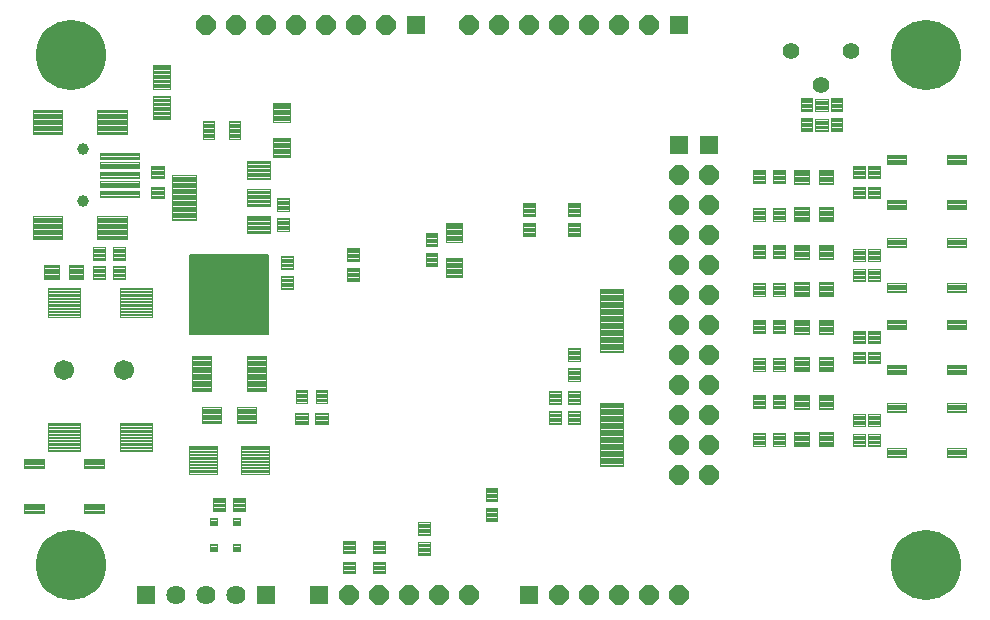
<source format=gts>
G75*
G70*
%OFA0B0*%
%FSLAX24Y24*%
%IPPOS*%
%LPD*%
%AMOC8*
5,1,8,0,0,1.08239X$1,22.5*
%
%ADD10C,0.0043*%
%ADD11C,0.0041*%
%ADD12C,0.0041*%
%ADD13C,0.0041*%
%ADD14C,0.0044*%
%ADD15C,0.0041*%
%ADD16C,0.0040*%
%ADD17C,0.0394*%
%ADD18C,0.0040*%
%ADD19R,0.0640X0.0640*%
%ADD20C,0.0640*%
%ADD21C,0.0041*%
%ADD22OC8,0.0640*%
%ADD23C,0.0670*%
%ADD24C,0.0049*%
%ADD25C,0.0054*%
%ADD26C,0.0040*%
%ADD27C,0.2340*%
%ADD28C,0.0555*%
D10*
X007094Y007839D02*
X007486Y007839D01*
X007094Y007839D02*
X007094Y008269D01*
X007486Y008269D01*
X007486Y007839D01*
X007486Y007881D02*
X007094Y007881D01*
X007094Y007923D02*
X007486Y007923D01*
X007486Y007965D02*
X007094Y007965D01*
X007094Y008007D02*
X007486Y008007D01*
X007486Y008049D02*
X007094Y008049D01*
X007094Y008091D02*
X007486Y008091D01*
X007486Y008133D02*
X007094Y008133D01*
X007094Y008175D02*
X007486Y008175D01*
X007486Y008217D02*
X007094Y008217D01*
X007094Y008259D02*
X007486Y008259D01*
X007764Y007839D02*
X008156Y007839D01*
X007764Y007839D02*
X007764Y008269D01*
X008156Y008269D01*
X008156Y007839D01*
X008156Y007881D02*
X007764Y007881D01*
X007764Y007923D02*
X008156Y007923D01*
X008156Y007965D02*
X007764Y007965D01*
X007764Y008007D02*
X008156Y008007D01*
X008156Y008049D02*
X007764Y008049D01*
X007764Y008091D02*
X008156Y008091D01*
X008156Y008133D02*
X007764Y008133D01*
X007764Y008175D02*
X008156Y008175D01*
X008156Y008217D02*
X007764Y008217D01*
X007764Y008259D02*
X008156Y008259D01*
X009825Y011125D02*
X010255Y011125D01*
X010255Y010733D01*
X009825Y010733D01*
X009825Y011125D01*
X009825Y010775D02*
X010255Y010775D01*
X010255Y010817D02*
X009825Y010817D01*
X009825Y010859D02*
X010255Y010859D01*
X010255Y010901D02*
X009825Y010901D01*
X009825Y010943D02*
X010255Y010943D01*
X010255Y010985D02*
X009825Y010985D01*
X009825Y011027D02*
X010255Y011027D01*
X010255Y011069D02*
X009825Y011069D01*
X009825Y011111D02*
X010255Y011111D01*
X010495Y011125D02*
X010925Y011125D01*
X010925Y010733D01*
X010495Y010733D01*
X010495Y011125D01*
X010495Y010775D02*
X010925Y010775D01*
X010925Y010817D02*
X010495Y010817D01*
X010495Y010859D02*
X010925Y010859D01*
X010925Y010901D02*
X010495Y010901D01*
X010495Y010943D02*
X010925Y010943D01*
X010925Y010985D02*
X010495Y010985D01*
X010495Y011027D02*
X010925Y011027D01*
X010925Y011069D02*
X010495Y011069D01*
X010495Y011111D02*
X010925Y011111D01*
X010906Y011894D02*
X010514Y011894D01*
X010906Y011894D02*
X010906Y011464D01*
X010514Y011464D01*
X010514Y011894D01*
X010514Y011506D02*
X010906Y011506D01*
X010906Y011548D02*
X010514Y011548D01*
X010514Y011590D02*
X010906Y011590D01*
X010906Y011632D02*
X010514Y011632D01*
X010514Y011674D02*
X010906Y011674D01*
X010906Y011716D02*
X010514Y011716D01*
X010514Y011758D02*
X010906Y011758D01*
X010906Y011800D02*
X010514Y011800D01*
X010514Y011842D02*
X010906Y011842D01*
X010906Y011884D02*
X010514Y011884D01*
X010236Y011894D02*
X009844Y011894D01*
X010236Y011894D02*
X010236Y011464D01*
X009844Y011464D01*
X009844Y011894D01*
X009844Y011506D02*
X010236Y011506D01*
X010236Y011548D02*
X009844Y011548D01*
X009844Y011590D02*
X010236Y011590D01*
X010236Y011632D02*
X009844Y011632D01*
X009844Y011674D02*
X010236Y011674D01*
X010236Y011716D02*
X009844Y011716D01*
X009844Y011758D02*
X010236Y011758D01*
X010236Y011800D02*
X009844Y011800D01*
X009844Y011842D02*
X010236Y011842D01*
X010236Y011884D02*
X009844Y011884D01*
X009758Y015254D02*
X009758Y015684D01*
X009758Y015254D02*
X009366Y015254D01*
X009366Y015684D01*
X009758Y015684D01*
X009758Y015296D02*
X009366Y015296D01*
X009366Y015338D02*
X009758Y015338D01*
X009758Y015380D02*
X009366Y015380D01*
X009366Y015422D02*
X009758Y015422D01*
X009758Y015464D02*
X009366Y015464D01*
X009366Y015506D02*
X009758Y015506D01*
X009758Y015548D02*
X009366Y015548D01*
X009366Y015590D02*
X009758Y015590D01*
X009758Y015632D02*
X009366Y015632D01*
X009366Y015674D02*
X009758Y015674D01*
X009758Y015923D02*
X009758Y016353D01*
X009758Y015923D02*
X009366Y015923D01*
X009366Y016353D01*
X009758Y016353D01*
X009758Y015965D02*
X009366Y015965D01*
X009366Y016007D02*
X009758Y016007D01*
X009758Y016049D02*
X009366Y016049D01*
X009366Y016091D02*
X009758Y016091D01*
X009758Y016133D02*
X009366Y016133D01*
X009366Y016175D02*
X009758Y016175D01*
X009758Y016217D02*
X009366Y016217D01*
X009366Y016259D02*
X009758Y016259D01*
X009758Y016301D02*
X009366Y016301D01*
X009366Y016343D02*
X009758Y016343D01*
X009241Y017191D02*
X009241Y017621D01*
X009633Y017621D01*
X009633Y017191D01*
X009241Y017191D01*
X009241Y017233D02*
X009633Y017233D01*
X009633Y017275D02*
X009241Y017275D01*
X009241Y017317D02*
X009633Y017317D01*
X009633Y017359D02*
X009241Y017359D01*
X009241Y017401D02*
X009633Y017401D01*
X009633Y017443D02*
X009241Y017443D01*
X009241Y017485D02*
X009633Y017485D01*
X009633Y017527D02*
X009241Y017527D01*
X009241Y017569D02*
X009633Y017569D01*
X009633Y017611D02*
X009241Y017611D01*
X009241Y017861D02*
X009241Y018291D01*
X009633Y018291D01*
X009633Y017861D01*
X009241Y017861D01*
X009241Y017903D02*
X009633Y017903D01*
X009633Y017945D02*
X009241Y017945D01*
X009241Y017987D02*
X009633Y017987D01*
X009633Y018029D02*
X009241Y018029D01*
X009241Y018071D02*
X009633Y018071D01*
X009633Y018113D02*
X009241Y018113D01*
X009241Y018155D02*
X009633Y018155D01*
X009633Y018197D02*
X009241Y018197D01*
X009241Y018239D02*
X009633Y018239D01*
X009633Y018281D02*
X009241Y018281D01*
X011946Y016603D02*
X011946Y016173D01*
X011554Y016173D01*
X011554Y016603D01*
X011946Y016603D01*
X011946Y016215D02*
X011554Y016215D01*
X011554Y016257D02*
X011946Y016257D01*
X011946Y016299D02*
X011554Y016299D01*
X011554Y016341D02*
X011946Y016341D01*
X011946Y016383D02*
X011554Y016383D01*
X011554Y016425D02*
X011946Y016425D01*
X011946Y016467D02*
X011554Y016467D01*
X011554Y016509D02*
X011946Y016509D01*
X011946Y016551D02*
X011554Y016551D01*
X011554Y016593D02*
X011946Y016593D01*
X011946Y015934D02*
X011946Y015504D01*
X011554Y015504D01*
X011554Y015934D01*
X011946Y015934D01*
X011946Y015546D02*
X011554Y015546D01*
X011554Y015588D02*
X011946Y015588D01*
X011946Y015630D02*
X011554Y015630D01*
X011554Y015672D02*
X011946Y015672D01*
X011946Y015714D02*
X011554Y015714D01*
X011554Y015756D02*
X011946Y015756D01*
X011946Y015798D02*
X011554Y015798D01*
X011554Y015840D02*
X011946Y015840D01*
X011946Y015882D02*
X011554Y015882D01*
X011554Y015924D02*
X011946Y015924D01*
X014571Y016004D02*
X014571Y016434D01*
X014571Y016004D02*
X014179Y016004D01*
X014179Y016434D01*
X014571Y016434D01*
X014571Y016046D02*
X014179Y016046D01*
X014179Y016088D02*
X014571Y016088D01*
X014571Y016130D02*
X014179Y016130D01*
X014179Y016172D02*
X014571Y016172D01*
X014571Y016214D02*
X014179Y016214D01*
X014179Y016256D02*
X014571Y016256D01*
X014571Y016298D02*
X014179Y016298D01*
X014179Y016340D02*
X014571Y016340D01*
X014571Y016382D02*
X014179Y016382D01*
X014179Y016424D02*
X014571Y016424D01*
X014571Y016673D02*
X014571Y017103D01*
X014571Y016673D02*
X014179Y016673D01*
X014179Y017103D01*
X014571Y017103D01*
X014571Y016715D02*
X014179Y016715D01*
X014179Y016757D02*
X014571Y016757D01*
X014571Y016799D02*
X014179Y016799D01*
X014179Y016841D02*
X014571Y016841D01*
X014571Y016883D02*
X014179Y016883D01*
X014179Y016925D02*
X014571Y016925D01*
X014571Y016967D02*
X014179Y016967D01*
X014179Y017009D02*
X014571Y017009D01*
X014571Y017051D02*
X014179Y017051D01*
X014179Y017093D02*
X014571Y017093D01*
X017821Y017004D02*
X017821Y017434D01*
X017821Y017004D02*
X017429Y017004D01*
X017429Y017434D01*
X017821Y017434D01*
X017821Y017046D02*
X017429Y017046D01*
X017429Y017088D02*
X017821Y017088D01*
X017821Y017130D02*
X017429Y017130D01*
X017429Y017172D02*
X017821Y017172D01*
X017821Y017214D02*
X017429Y017214D01*
X017429Y017256D02*
X017821Y017256D01*
X017821Y017298D02*
X017429Y017298D01*
X017429Y017340D02*
X017821Y017340D01*
X017821Y017382D02*
X017429Y017382D01*
X017429Y017424D02*
X017821Y017424D01*
X017821Y017673D02*
X017821Y018103D01*
X017821Y017673D02*
X017429Y017673D01*
X017429Y018103D01*
X017821Y018103D01*
X017821Y017715D02*
X017429Y017715D01*
X017429Y017757D02*
X017821Y017757D01*
X017821Y017799D02*
X017429Y017799D01*
X017429Y017841D02*
X017821Y017841D01*
X017821Y017883D02*
X017429Y017883D01*
X017429Y017925D02*
X017821Y017925D01*
X017821Y017967D02*
X017429Y017967D01*
X017429Y018009D02*
X017821Y018009D01*
X017821Y018051D02*
X017429Y018051D01*
X017429Y018093D02*
X017821Y018093D01*
X019321Y018103D02*
X019321Y017673D01*
X018929Y017673D01*
X018929Y018103D01*
X019321Y018103D01*
X019321Y017715D02*
X018929Y017715D01*
X018929Y017757D02*
X019321Y017757D01*
X019321Y017799D02*
X018929Y017799D01*
X018929Y017841D02*
X019321Y017841D01*
X019321Y017883D02*
X018929Y017883D01*
X018929Y017925D02*
X019321Y017925D01*
X019321Y017967D02*
X018929Y017967D01*
X018929Y018009D02*
X019321Y018009D01*
X019321Y018051D02*
X018929Y018051D01*
X018929Y018093D02*
X019321Y018093D01*
X019321Y017434D02*
X019321Y017004D01*
X018929Y017004D01*
X018929Y017434D01*
X019321Y017434D01*
X019321Y017046D02*
X018929Y017046D01*
X018929Y017088D02*
X019321Y017088D01*
X019321Y017130D02*
X018929Y017130D01*
X018929Y017172D02*
X019321Y017172D01*
X019321Y017214D02*
X018929Y017214D01*
X018929Y017256D02*
X019321Y017256D01*
X019321Y017298D02*
X018929Y017298D01*
X018929Y017340D02*
X019321Y017340D01*
X019321Y017382D02*
X018929Y017382D01*
X018929Y017424D02*
X019321Y017424D01*
X018929Y013291D02*
X018929Y012861D01*
X018929Y013291D02*
X019321Y013291D01*
X019321Y012861D01*
X018929Y012861D01*
X018929Y012903D02*
X019321Y012903D01*
X019321Y012945D02*
X018929Y012945D01*
X018929Y012987D02*
X019321Y012987D01*
X019321Y013029D02*
X018929Y013029D01*
X018929Y013071D02*
X019321Y013071D01*
X019321Y013113D02*
X018929Y013113D01*
X018929Y013155D02*
X019321Y013155D01*
X019321Y013197D02*
X018929Y013197D01*
X018929Y013239D02*
X019321Y013239D01*
X019321Y013281D02*
X018929Y013281D01*
X018929Y012621D02*
X018929Y012191D01*
X018929Y012621D02*
X019321Y012621D01*
X019321Y012191D01*
X018929Y012191D01*
X018929Y012233D02*
X019321Y012233D01*
X019321Y012275D02*
X018929Y012275D01*
X018929Y012317D02*
X019321Y012317D01*
X019321Y012359D02*
X018929Y012359D01*
X018929Y012401D02*
X019321Y012401D01*
X019321Y012443D02*
X018929Y012443D01*
X018929Y012485D02*
X019321Y012485D01*
X019321Y012527D02*
X018929Y012527D01*
X018929Y012569D02*
X019321Y012569D01*
X019321Y012611D02*
X018929Y012611D01*
X018929Y011853D02*
X018929Y011423D01*
X018929Y011853D02*
X019321Y011853D01*
X019321Y011423D01*
X018929Y011423D01*
X018929Y011465D02*
X019321Y011465D01*
X019321Y011507D02*
X018929Y011507D01*
X018929Y011549D02*
X019321Y011549D01*
X019321Y011591D02*
X018929Y011591D01*
X018929Y011633D02*
X019321Y011633D01*
X019321Y011675D02*
X018929Y011675D01*
X018929Y011717D02*
X019321Y011717D01*
X019321Y011759D02*
X018929Y011759D01*
X018929Y011801D02*
X019321Y011801D01*
X019321Y011843D02*
X018929Y011843D01*
X018304Y011853D02*
X018304Y011423D01*
X018304Y011853D02*
X018696Y011853D01*
X018696Y011423D01*
X018304Y011423D01*
X018304Y011465D02*
X018696Y011465D01*
X018696Y011507D02*
X018304Y011507D01*
X018304Y011549D02*
X018696Y011549D01*
X018696Y011591D02*
X018304Y011591D01*
X018304Y011633D02*
X018696Y011633D01*
X018696Y011675D02*
X018304Y011675D01*
X018304Y011717D02*
X018696Y011717D01*
X018696Y011759D02*
X018304Y011759D01*
X018304Y011801D02*
X018696Y011801D01*
X018696Y011843D02*
X018304Y011843D01*
X018304Y011184D02*
X018304Y010754D01*
X018304Y011184D02*
X018696Y011184D01*
X018696Y010754D01*
X018304Y010754D01*
X018304Y010796D02*
X018696Y010796D01*
X018696Y010838D02*
X018304Y010838D01*
X018304Y010880D02*
X018696Y010880D01*
X018696Y010922D02*
X018304Y010922D01*
X018304Y010964D02*
X018696Y010964D01*
X018696Y011006D02*
X018304Y011006D01*
X018304Y011048D02*
X018696Y011048D01*
X018696Y011090D02*
X018304Y011090D01*
X018304Y011132D02*
X018696Y011132D01*
X018696Y011174D02*
X018304Y011174D01*
X018929Y011184D02*
X018929Y010754D01*
X018929Y011184D02*
X019321Y011184D01*
X019321Y010754D01*
X018929Y010754D01*
X018929Y010796D02*
X019321Y010796D01*
X019321Y010838D02*
X018929Y010838D01*
X018929Y010880D02*
X019321Y010880D01*
X019321Y010922D02*
X018929Y010922D01*
X018929Y010964D02*
X019321Y010964D01*
X019321Y011006D02*
X018929Y011006D01*
X018929Y011048D02*
X019321Y011048D01*
X019321Y011090D02*
X018929Y011090D01*
X018929Y011132D02*
X019321Y011132D01*
X019321Y011174D02*
X018929Y011174D01*
X016179Y008603D02*
X016179Y008173D01*
X016179Y008603D02*
X016571Y008603D01*
X016571Y008173D01*
X016179Y008173D01*
X016179Y008215D02*
X016571Y008215D01*
X016571Y008257D02*
X016179Y008257D01*
X016179Y008299D02*
X016571Y008299D01*
X016571Y008341D02*
X016179Y008341D01*
X016179Y008383D02*
X016571Y008383D01*
X016571Y008425D02*
X016179Y008425D01*
X016179Y008467D02*
X016571Y008467D01*
X016571Y008509D02*
X016179Y008509D01*
X016179Y008551D02*
X016571Y008551D01*
X016571Y008593D02*
X016179Y008593D01*
X016179Y007934D02*
X016179Y007504D01*
X016179Y007934D02*
X016571Y007934D01*
X016571Y007504D01*
X016179Y007504D01*
X016179Y007546D02*
X016571Y007546D01*
X016571Y007588D02*
X016179Y007588D01*
X016179Y007630D02*
X016571Y007630D01*
X016571Y007672D02*
X016179Y007672D01*
X016179Y007714D02*
X016571Y007714D01*
X016571Y007756D02*
X016179Y007756D01*
X016179Y007798D02*
X016571Y007798D01*
X016571Y007840D02*
X016179Y007840D01*
X016179Y007882D02*
X016571Y007882D01*
X016571Y007924D02*
X016179Y007924D01*
X013929Y007478D02*
X013929Y007048D01*
X013929Y007478D02*
X014321Y007478D01*
X014321Y007048D01*
X013929Y007048D01*
X013929Y007090D02*
X014321Y007090D01*
X014321Y007132D02*
X013929Y007132D01*
X013929Y007174D02*
X014321Y007174D01*
X014321Y007216D02*
X013929Y007216D01*
X013929Y007258D02*
X014321Y007258D01*
X014321Y007300D02*
X013929Y007300D01*
X013929Y007342D02*
X014321Y007342D01*
X014321Y007384D02*
X013929Y007384D01*
X013929Y007426D02*
X014321Y007426D01*
X014321Y007468D02*
X013929Y007468D01*
X013929Y006809D02*
X013929Y006379D01*
X013929Y006809D02*
X014321Y006809D01*
X014321Y006379D01*
X013929Y006379D01*
X013929Y006421D02*
X014321Y006421D01*
X014321Y006463D02*
X013929Y006463D01*
X013929Y006505D02*
X014321Y006505D01*
X014321Y006547D02*
X013929Y006547D01*
X013929Y006589D02*
X014321Y006589D01*
X014321Y006631D02*
X013929Y006631D01*
X013929Y006673D02*
X014321Y006673D01*
X014321Y006715D02*
X013929Y006715D01*
X013929Y006757D02*
X014321Y006757D01*
X014321Y006799D02*
X013929Y006799D01*
X012410Y006834D02*
X012410Y006442D01*
X012410Y006834D02*
X012840Y006834D01*
X012840Y006442D01*
X012410Y006442D01*
X012410Y006484D02*
X012840Y006484D01*
X012840Y006526D02*
X012410Y006526D01*
X012410Y006568D02*
X012840Y006568D01*
X012840Y006610D02*
X012410Y006610D01*
X012410Y006652D02*
X012840Y006652D01*
X012840Y006694D02*
X012410Y006694D01*
X012410Y006736D02*
X012840Y006736D01*
X012840Y006778D02*
X012410Y006778D01*
X012410Y006820D02*
X012840Y006820D01*
X012410Y006165D02*
X012410Y005773D01*
X012410Y006165D02*
X012840Y006165D01*
X012840Y005773D01*
X012410Y005773D01*
X012410Y005815D02*
X012840Y005815D01*
X012840Y005857D02*
X012410Y005857D01*
X012410Y005899D02*
X012840Y005899D01*
X012840Y005941D02*
X012410Y005941D01*
X012410Y005983D02*
X012840Y005983D01*
X012840Y006025D02*
X012410Y006025D01*
X012410Y006067D02*
X012840Y006067D01*
X012840Y006109D02*
X012410Y006109D01*
X012410Y006151D02*
X012840Y006151D01*
X011410Y006165D02*
X011410Y005773D01*
X011410Y006165D02*
X011840Y006165D01*
X011840Y005773D01*
X011410Y005773D01*
X011410Y005815D02*
X011840Y005815D01*
X011840Y005857D02*
X011410Y005857D01*
X011410Y005899D02*
X011840Y005899D01*
X011840Y005941D02*
X011410Y005941D01*
X011410Y005983D02*
X011840Y005983D01*
X011840Y006025D02*
X011410Y006025D01*
X011410Y006067D02*
X011840Y006067D01*
X011840Y006109D02*
X011410Y006109D01*
X011410Y006151D02*
X011840Y006151D01*
X011410Y006442D02*
X011410Y006834D01*
X011840Y006834D01*
X011840Y006442D01*
X011410Y006442D01*
X011410Y006484D02*
X011840Y006484D01*
X011840Y006526D02*
X011410Y006526D01*
X011410Y006568D02*
X011840Y006568D01*
X011840Y006610D02*
X011410Y006610D01*
X011410Y006652D02*
X011840Y006652D01*
X011840Y006694D02*
X011410Y006694D01*
X011410Y006736D02*
X011840Y006736D01*
X011840Y006778D02*
X011410Y006778D01*
X011410Y006820D02*
X011840Y006820D01*
X004156Y015589D02*
X003764Y015589D01*
X003764Y016019D01*
X004156Y016019D01*
X004156Y015589D01*
X004156Y015631D02*
X003764Y015631D01*
X003764Y015673D02*
X004156Y015673D01*
X004156Y015715D02*
X003764Y015715D01*
X003764Y015757D02*
X004156Y015757D01*
X004156Y015799D02*
X003764Y015799D01*
X003764Y015841D02*
X004156Y015841D01*
X004156Y015883D02*
X003764Y015883D01*
X003764Y015925D02*
X004156Y015925D01*
X004156Y015967D02*
X003764Y015967D01*
X003764Y016009D02*
X004156Y016009D01*
X004156Y016214D02*
X003764Y016214D01*
X003764Y016644D01*
X004156Y016644D01*
X004156Y016214D01*
X004156Y016256D02*
X003764Y016256D01*
X003764Y016298D02*
X004156Y016298D01*
X004156Y016340D02*
X003764Y016340D01*
X003764Y016382D02*
X004156Y016382D01*
X004156Y016424D02*
X003764Y016424D01*
X003764Y016466D02*
X004156Y016466D01*
X004156Y016508D02*
X003764Y016508D01*
X003764Y016550D02*
X004156Y016550D01*
X004156Y016592D02*
X003764Y016592D01*
X003764Y016634D02*
X004156Y016634D01*
X003486Y016214D02*
X003094Y016214D01*
X003094Y016644D01*
X003486Y016644D01*
X003486Y016214D01*
X003486Y016256D02*
X003094Y016256D01*
X003094Y016298D02*
X003486Y016298D01*
X003486Y016340D02*
X003094Y016340D01*
X003094Y016382D02*
X003486Y016382D01*
X003486Y016424D02*
X003094Y016424D01*
X003094Y016466D02*
X003486Y016466D01*
X003486Y016508D02*
X003094Y016508D01*
X003094Y016550D02*
X003486Y016550D01*
X003486Y016592D02*
X003094Y016592D01*
X003094Y016634D02*
X003486Y016634D01*
X003486Y015589D02*
X003094Y015589D01*
X003094Y016019D01*
X003486Y016019D01*
X003486Y015589D01*
X003486Y015631D02*
X003094Y015631D01*
X003094Y015673D02*
X003486Y015673D01*
X003486Y015715D02*
X003094Y015715D01*
X003094Y015757D02*
X003486Y015757D01*
X003486Y015799D02*
X003094Y015799D01*
X003094Y015841D02*
X003486Y015841D01*
X003486Y015883D02*
X003094Y015883D01*
X003094Y015925D02*
X003486Y015925D01*
X003486Y015967D02*
X003094Y015967D01*
X003094Y016009D02*
X003486Y016009D01*
X005465Y018273D02*
X005465Y018665D01*
X005465Y018273D02*
X005035Y018273D01*
X005035Y018665D01*
X005465Y018665D01*
X005465Y018315D02*
X005035Y018315D01*
X005035Y018357D02*
X005465Y018357D01*
X005465Y018399D02*
X005035Y018399D01*
X005035Y018441D02*
X005465Y018441D01*
X005465Y018483D02*
X005035Y018483D01*
X005035Y018525D02*
X005465Y018525D01*
X005465Y018567D02*
X005035Y018567D01*
X005035Y018609D02*
X005465Y018609D01*
X005465Y018651D02*
X005035Y018651D01*
X005465Y018942D02*
X005465Y019334D01*
X005465Y018942D02*
X005035Y018942D01*
X005035Y019334D01*
X005465Y019334D01*
X005465Y018984D02*
X005035Y018984D01*
X005035Y019026D02*
X005465Y019026D01*
X005465Y019068D02*
X005035Y019068D01*
X005035Y019110D02*
X005465Y019110D01*
X005465Y019152D02*
X005035Y019152D01*
X005035Y019194D02*
X005465Y019194D01*
X005465Y019236D02*
X005035Y019236D01*
X005035Y019278D02*
X005465Y019278D01*
X005465Y019320D02*
X005035Y019320D01*
X006746Y020260D02*
X007138Y020260D01*
X006746Y020260D02*
X006746Y020848D01*
X007138Y020848D01*
X007138Y020260D01*
X007138Y020302D02*
X006746Y020302D01*
X006746Y020344D02*
X007138Y020344D01*
X007138Y020386D02*
X006746Y020386D01*
X006746Y020428D02*
X007138Y020428D01*
X007138Y020470D02*
X006746Y020470D01*
X006746Y020512D02*
X007138Y020512D01*
X007138Y020554D02*
X006746Y020554D01*
X006746Y020596D02*
X007138Y020596D01*
X007138Y020638D02*
X006746Y020638D01*
X006746Y020680D02*
X007138Y020680D01*
X007138Y020722D02*
X006746Y020722D01*
X006746Y020764D02*
X007138Y020764D01*
X007138Y020806D02*
X006746Y020806D01*
X006746Y020848D02*
X007138Y020848D01*
X007612Y020260D02*
X008004Y020260D01*
X007612Y020260D02*
X007612Y020848D01*
X008004Y020848D01*
X008004Y020260D01*
X008004Y020302D02*
X007612Y020302D01*
X007612Y020344D02*
X008004Y020344D01*
X008004Y020386D02*
X007612Y020386D01*
X007612Y020428D02*
X008004Y020428D01*
X008004Y020470D02*
X007612Y020470D01*
X007612Y020512D02*
X008004Y020512D01*
X008004Y020554D02*
X007612Y020554D01*
X007612Y020596D02*
X008004Y020596D01*
X008004Y020638D02*
X007612Y020638D01*
X007612Y020680D02*
X008004Y020680D01*
X008004Y020722D02*
X007612Y020722D01*
X007612Y020764D02*
X008004Y020764D01*
X008004Y020806D02*
X007612Y020806D01*
X007612Y020848D02*
X008004Y020848D01*
X025094Y018776D02*
X025486Y018776D01*
X025094Y018776D02*
X025094Y019206D01*
X025486Y019206D01*
X025486Y018776D01*
X025486Y018818D02*
X025094Y018818D01*
X025094Y018860D02*
X025486Y018860D01*
X025486Y018902D02*
X025094Y018902D01*
X025094Y018944D02*
X025486Y018944D01*
X025486Y018986D02*
X025094Y018986D01*
X025094Y019028D02*
X025486Y019028D01*
X025486Y019070D02*
X025094Y019070D01*
X025094Y019112D02*
X025486Y019112D01*
X025486Y019154D02*
X025094Y019154D01*
X025094Y019196D02*
X025486Y019196D01*
X025764Y018776D02*
X026156Y018776D01*
X025764Y018776D02*
X025764Y019206D01*
X026156Y019206D01*
X026156Y018776D01*
X026156Y018818D02*
X025764Y018818D01*
X025764Y018860D02*
X026156Y018860D01*
X026156Y018902D02*
X025764Y018902D01*
X025764Y018944D02*
X026156Y018944D01*
X026156Y018986D02*
X025764Y018986D01*
X025764Y019028D02*
X026156Y019028D01*
X026156Y019070D02*
X025764Y019070D01*
X025764Y019112D02*
X026156Y019112D01*
X026156Y019154D02*
X025764Y019154D01*
X025764Y019196D02*
X026156Y019196D01*
X026156Y017526D02*
X025764Y017526D01*
X025764Y017956D01*
X026156Y017956D01*
X026156Y017526D01*
X026156Y017568D02*
X025764Y017568D01*
X025764Y017610D02*
X026156Y017610D01*
X026156Y017652D02*
X025764Y017652D01*
X025764Y017694D02*
X026156Y017694D01*
X026156Y017736D02*
X025764Y017736D01*
X025764Y017778D02*
X026156Y017778D01*
X026156Y017820D02*
X025764Y017820D01*
X025764Y017862D02*
X026156Y017862D01*
X026156Y017904D02*
X025764Y017904D01*
X025764Y017946D02*
X026156Y017946D01*
X025486Y017526D02*
X025094Y017526D01*
X025094Y017956D01*
X025486Y017956D01*
X025486Y017526D01*
X025486Y017568D02*
X025094Y017568D01*
X025094Y017610D02*
X025486Y017610D01*
X025486Y017652D02*
X025094Y017652D01*
X025094Y017694D02*
X025486Y017694D01*
X025486Y017736D02*
X025094Y017736D01*
X025094Y017778D02*
X025486Y017778D01*
X025486Y017820D02*
X025094Y017820D01*
X025094Y017862D02*
X025486Y017862D01*
X025486Y017904D02*
X025094Y017904D01*
X025094Y017946D02*
X025486Y017946D01*
X025486Y016276D02*
X025094Y016276D01*
X025094Y016706D01*
X025486Y016706D01*
X025486Y016276D01*
X025486Y016318D02*
X025094Y016318D01*
X025094Y016360D02*
X025486Y016360D01*
X025486Y016402D02*
X025094Y016402D01*
X025094Y016444D02*
X025486Y016444D01*
X025486Y016486D02*
X025094Y016486D01*
X025094Y016528D02*
X025486Y016528D01*
X025486Y016570D02*
X025094Y016570D01*
X025094Y016612D02*
X025486Y016612D01*
X025486Y016654D02*
X025094Y016654D01*
X025094Y016696D02*
X025486Y016696D01*
X025764Y016276D02*
X026156Y016276D01*
X025764Y016276D02*
X025764Y016706D01*
X026156Y016706D01*
X026156Y016276D01*
X026156Y016318D02*
X025764Y016318D01*
X025764Y016360D02*
X026156Y016360D01*
X026156Y016402D02*
X025764Y016402D01*
X025764Y016444D02*
X026156Y016444D01*
X026156Y016486D02*
X025764Y016486D01*
X025764Y016528D02*
X026156Y016528D01*
X026156Y016570D02*
X025764Y016570D01*
X025764Y016612D02*
X026156Y016612D01*
X026156Y016654D02*
X025764Y016654D01*
X025764Y016696D02*
X026156Y016696D01*
X026156Y015026D02*
X025764Y015026D01*
X025764Y015456D01*
X026156Y015456D01*
X026156Y015026D01*
X026156Y015068D02*
X025764Y015068D01*
X025764Y015110D02*
X026156Y015110D01*
X026156Y015152D02*
X025764Y015152D01*
X025764Y015194D02*
X026156Y015194D01*
X026156Y015236D02*
X025764Y015236D01*
X025764Y015278D02*
X026156Y015278D01*
X026156Y015320D02*
X025764Y015320D01*
X025764Y015362D02*
X026156Y015362D01*
X026156Y015404D02*
X025764Y015404D01*
X025764Y015446D02*
X026156Y015446D01*
X025486Y015026D02*
X025094Y015026D01*
X025094Y015456D01*
X025486Y015456D01*
X025486Y015026D01*
X025486Y015068D02*
X025094Y015068D01*
X025094Y015110D02*
X025486Y015110D01*
X025486Y015152D02*
X025094Y015152D01*
X025094Y015194D02*
X025486Y015194D01*
X025486Y015236D02*
X025094Y015236D01*
X025094Y015278D02*
X025486Y015278D01*
X025486Y015320D02*
X025094Y015320D01*
X025094Y015362D02*
X025486Y015362D01*
X025486Y015404D02*
X025094Y015404D01*
X025094Y015446D02*
X025486Y015446D01*
X025486Y013776D02*
X025094Y013776D01*
X025094Y014206D01*
X025486Y014206D01*
X025486Y013776D01*
X025486Y013818D02*
X025094Y013818D01*
X025094Y013860D02*
X025486Y013860D01*
X025486Y013902D02*
X025094Y013902D01*
X025094Y013944D02*
X025486Y013944D01*
X025486Y013986D02*
X025094Y013986D01*
X025094Y014028D02*
X025486Y014028D01*
X025486Y014070D02*
X025094Y014070D01*
X025094Y014112D02*
X025486Y014112D01*
X025486Y014154D02*
X025094Y014154D01*
X025094Y014196D02*
X025486Y014196D01*
X025764Y013776D02*
X026156Y013776D01*
X025764Y013776D02*
X025764Y014206D01*
X026156Y014206D01*
X026156Y013776D01*
X026156Y013818D02*
X025764Y013818D01*
X025764Y013860D02*
X026156Y013860D01*
X026156Y013902D02*
X025764Y013902D01*
X025764Y013944D02*
X026156Y013944D01*
X026156Y013986D02*
X025764Y013986D01*
X025764Y014028D02*
X026156Y014028D01*
X026156Y014070D02*
X025764Y014070D01*
X025764Y014112D02*
X026156Y014112D01*
X026156Y014154D02*
X025764Y014154D01*
X025764Y014196D02*
X026156Y014196D01*
X026156Y012526D02*
X025764Y012526D01*
X025764Y012956D01*
X026156Y012956D01*
X026156Y012526D01*
X026156Y012568D02*
X025764Y012568D01*
X025764Y012610D02*
X026156Y012610D01*
X026156Y012652D02*
X025764Y012652D01*
X025764Y012694D02*
X026156Y012694D01*
X026156Y012736D02*
X025764Y012736D01*
X025764Y012778D02*
X026156Y012778D01*
X026156Y012820D02*
X025764Y012820D01*
X025764Y012862D02*
X026156Y012862D01*
X026156Y012904D02*
X025764Y012904D01*
X025764Y012946D02*
X026156Y012946D01*
X025486Y012526D02*
X025094Y012526D01*
X025094Y012956D01*
X025486Y012956D01*
X025486Y012526D01*
X025486Y012568D02*
X025094Y012568D01*
X025094Y012610D02*
X025486Y012610D01*
X025486Y012652D02*
X025094Y012652D01*
X025094Y012694D02*
X025486Y012694D01*
X025486Y012736D02*
X025094Y012736D01*
X025094Y012778D02*
X025486Y012778D01*
X025486Y012820D02*
X025094Y012820D01*
X025094Y012862D02*
X025486Y012862D01*
X025486Y012904D02*
X025094Y012904D01*
X025094Y012946D02*
X025486Y012946D01*
X025486Y011276D02*
X025094Y011276D01*
X025094Y011706D01*
X025486Y011706D01*
X025486Y011276D01*
X025486Y011318D02*
X025094Y011318D01*
X025094Y011360D02*
X025486Y011360D01*
X025486Y011402D02*
X025094Y011402D01*
X025094Y011444D02*
X025486Y011444D01*
X025486Y011486D02*
X025094Y011486D01*
X025094Y011528D02*
X025486Y011528D01*
X025486Y011570D02*
X025094Y011570D01*
X025094Y011612D02*
X025486Y011612D01*
X025486Y011654D02*
X025094Y011654D01*
X025094Y011696D02*
X025486Y011696D01*
X025764Y011276D02*
X026156Y011276D01*
X025764Y011276D02*
X025764Y011706D01*
X026156Y011706D01*
X026156Y011276D01*
X026156Y011318D02*
X025764Y011318D01*
X025764Y011360D02*
X026156Y011360D01*
X026156Y011402D02*
X025764Y011402D01*
X025764Y011444D02*
X026156Y011444D01*
X026156Y011486D02*
X025764Y011486D01*
X025764Y011528D02*
X026156Y011528D01*
X026156Y011570D02*
X025764Y011570D01*
X025764Y011612D02*
X026156Y011612D01*
X026156Y011654D02*
X025764Y011654D01*
X025764Y011696D02*
X026156Y011696D01*
X026156Y010026D02*
X025764Y010026D01*
X025764Y010456D01*
X026156Y010456D01*
X026156Y010026D01*
X026156Y010068D02*
X025764Y010068D01*
X025764Y010110D02*
X026156Y010110D01*
X026156Y010152D02*
X025764Y010152D01*
X025764Y010194D02*
X026156Y010194D01*
X026156Y010236D02*
X025764Y010236D01*
X025764Y010278D02*
X026156Y010278D01*
X026156Y010320D02*
X025764Y010320D01*
X025764Y010362D02*
X026156Y010362D01*
X026156Y010404D02*
X025764Y010404D01*
X025764Y010446D02*
X026156Y010446D01*
X025486Y010026D02*
X025094Y010026D01*
X025094Y010456D01*
X025486Y010456D01*
X025486Y010026D01*
X025486Y010068D02*
X025094Y010068D01*
X025094Y010110D02*
X025486Y010110D01*
X025486Y010152D02*
X025094Y010152D01*
X025094Y010194D02*
X025486Y010194D01*
X025486Y010236D02*
X025094Y010236D01*
X025094Y010278D02*
X025486Y010278D01*
X025486Y010320D02*
X025094Y010320D01*
X025094Y010362D02*
X025486Y010362D01*
X025486Y010404D02*
X025094Y010404D01*
X025094Y010446D02*
X025486Y010446D01*
X028840Y010415D02*
X028840Y010023D01*
X028410Y010023D01*
X028410Y010415D01*
X028840Y010415D01*
X028840Y010065D02*
X028410Y010065D01*
X028410Y010107D02*
X028840Y010107D01*
X028840Y010149D02*
X028410Y010149D01*
X028410Y010191D02*
X028840Y010191D01*
X028840Y010233D02*
X028410Y010233D01*
X028410Y010275D02*
X028840Y010275D01*
X028840Y010317D02*
X028410Y010317D01*
X028410Y010359D02*
X028840Y010359D01*
X028840Y010401D02*
X028410Y010401D01*
X028840Y010692D02*
X028840Y011084D01*
X028840Y010692D02*
X028410Y010692D01*
X028410Y011084D01*
X028840Y011084D01*
X028840Y010734D02*
X028410Y010734D01*
X028410Y010776D02*
X028840Y010776D01*
X028840Y010818D02*
X028410Y010818D01*
X028410Y010860D02*
X028840Y010860D01*
X028840Y010902D02*
X028410Y010902D01*
X028410Y010944D02*
X028840Y010944D01*
X028840Y010986D02*
X028410Y010986D01*
X028410Y011028D02*
X028840Y011028D01*
X028840Y011070D02*
X028410Y011070D01*
X028910Y011084D02*
X028910Y010692D01*
X028910Y011084D02*
X029340Y011084D01*
X029340Y010692D01*
X028910Y010692D01*
X028910Y010734D02*
X029340Y010734D01*
X029340Y010776D02*
X028910Y010776D01*
X028910Y010818D02*
X029340Y010818D01*
X029340Y010860D02*
X028910Y010860D01*
X028910Y010902D02*
X029340Y010902D01*
X029340Y010944D02*
X028910Y010944D01*
X028910Y010986D02*
X029340Y010986D01*
X029340Y011028D02*
X028910Y011028D01*
X028910Y011070D02*
X029340Y011070D01*
X028910Y010415D02*
X028910Y010023D01*
X028910Y010415D02*
X029340Y010415D01*
X029340Y010023D01*
X028910Y010023D01*
X028910Y010065D02*
X029340Y010065D01*
X029340Y010107D02*
X028910Y010107D01*
X028910Y010149D02*
X029340Y010149D01*
X029340Y010191D02*
X028910Y010191D01*
X028910Y010233D02*
X029340Y010233D01*
X029340Y010275D02*
X028910Y010275D01*
X028910Y010317D02*
X029340Y010317D01*
X029340Y010359D02*
X028910Y010359D01*
X028910Y010401D02*
X029340Y010401D01*
X028910Y012773D02*
X028910Y013165D01*
X029340Y013165D01*
X029340Y012773D01*
X028910Y012773D01*
X028910Y012815D02*
X029340Y012815D01*
X029340Y012857D02*
X028910Y012857D01*
X028910Y012899D02*
X029340Y012899D01*
X029340Y012941D02*
X028910Y012941D01*
X028910Y012983D02*
X029340Y012983D01*
X029340Y013025D02*
X028910Y013025D01*
X028910Y013067D02*
X029340Y013067D01*
X029340Y013109D02*
X028910Y013109D01*
X028910Y013151D02*
X029340Y013151D01*
X028910Y013442D02*
X028910Y013834D01*
X029340Y013834D01*
X029340Y013442D01*
X028910Y013442D01*
X028910Y013484D02*
X029340Y013484D01*
X029340Y013526D02*
X028910Y013526D01*
X028910Y013568D02*
X029340Y013568D01*
X029340Y013610D02*
X028910Y013610D01*
X028910Y013652D02*
X029340Y013652D01*
X029340Y013694D02*
X028910Y013694D01*
X028910Y013736D02*
X029340Y013736D01*
X029340Y013778D02*
X028910Y013778D01*
X028910Y013820D02*
X029340Y013820D01*
X028840Y013834D02*
X028840Y013442D01*
X028410Y013442D01*
X028410Y013834D01*
X028840Y013834D01*
X028840Y013484D02*
X028410Y013484D01*
X028410Y013526D02*
X028840Y013526D01*
X028840Y013568D02*
X028410Y013568D01*
X028410Y013610D02*
X028840Y013610D01*
X028840Y013652D02*
X028410Y013652D01*
X028410Y013694D02*
X028840Y013694D01*
X028840Y013736D02*
X028410Y013736D01*
X028410Y013778D02*
X028840Y013778D01*
X028840Y013820D02*
X028410Y013820D01*
X028840Y013165D02*
X028840Y012773D01*
X028410Y012773D01*
X028410Y013165D01*
X028840Y013165D01*
X028840Y012815D02*
X028410Y012815D01*
X028410Y012857D02*
X028840Y012857D01*
X028840Y012899D02*
X028410Y012899D01*
X028410Y012941D02*
X028840Y012941D01*
X028840Y012983D02*
X028410Y012983D01*
X028410Y013025D02*
X028840Y013025D01*
X028840Y013067D02*
X028410Y013067D01*
X028410Y013109D02*
X028840Y013109D01*
X028840Y013151D02*
X028410Y013151D01*
X028840Y015523D02*
X028840Y015915D01*
X028840Y015523D02*
X028410Y015523D01*
X028410Y015915D01*
X028840Y015915D01*
X028840Y015565D02*
X028410Y015565D01*
X028410Y015607D02*
X028840Y015607D01*
X028840Y015649D02*
X028410Y015649D01*
X028410Y015691D02*
X028840Y015691D01*
X028840Y015733D02*
X028410Y015733D01*
X028410Y015775D02*
X028840Y015775D01*
X028840Y015817D02*
X028410Y015817D01*
X028410Y015859D02*
X028840Y015859D01*
X028840Y015901D02*
X028410Y015901D01*
X028840Y016192D02*
X028840Y016584D01*
X028840Y016192D02*
X028410Y016192D01*
X028410Y016584D01*
X028840Y016584D01*
X028840Y016234D02*
X028410Y016234D01*
X028410Y016276D02*
X028840Y016276D01*
X028840Y016318D02*
X028410Y016318D01*
X028410Y016360D02*
X028840Y016360D01*
X028840Y016402D02*
X028410Y016402D01*
X028410Y016444D02*
X028840Y016444D01*
X028840Y016486D02*
X028410Y016486D01*
X028410Y016528D02*
X028840Y016528D01*
X028840Y016570D02*
X028410Y016570D01*
X028910Y016584D02*
X028910Y016192D01*
X028910Y016584D02*
X029340Y016584D01*
X029340Y016192D01*
X028910Y016192D01*
X028910Y016234D02*
X029340Y016234D01*
X029340Y016276D02*
X028910Y016276D01*
X028910Y016318D02*
X029340Y016318D01*
X029340Y016360D02*
X028910Y016360D01*
X028910Y016402D02*
X029340Y016402D01*
X029340Y016444D02*
X028910Y016444D01*
X028910Y016486D02*
X029340Y016486D01*
X029340Y016528D02*
X028910Y016528D01*
X028910Y016570D02*
X029340Y016570D01*
X028910Y015915D02*
X028910Y015523D01*
X028910Y015915D02*
X029340Y015915D01*
X029340Y015523D01*
X028910Y015523D01*
X028910Y015565D02*
X029340Y015565D01*
X029340Y015607D02*
X028910Y015607D01*
X028910Y015649D02*
X029340Y015649D01*
X029340Y015691D02*
X028910Y015691D01*
X028910Y015733D02*
X029340Y015733D01*
X029340Y015775D02*
X028910Y015775D01*
X028910Y015817D02*
X029340Y015817D01*
X029340Y015859D02*
X028910Y015859D01*
X028910Y015901D02*
X029340Y015901D01*
X028910Y018273D02*
X028910Y018665D01*
X029340Y018665D01*
X029340Y018273D01*
X028910Y018273D01*
X028910Y018315D02*
X029340Y018315D01*
X029340Y018357D02*
X028910Y018357D01*
X028910Y018399D02*
X029340Y018399D01*
X029340Y018441D02*
X028910Y018441D01*
X028910Y018483D02*
X029340Y018483D01*
X029340Y018525D02*
X028910Y018525D01*
X028910Y018567D02*
X029340Y018567D01*
X029340Y018609D02*
X028910Y018609D01*
X028910Y018651D02*
X029340Y018651D01*
X028910Y018942D02*
X028910Y019334D01*
X029340Y019334D01*
X029340Y018942D01*
X028910Y018942D01*
X028910Y018984D02*
X029340Y018984D01*
X029340Y019026D02*
X028910Y019026D01*
X028910Y019068D02*
X029340Y019068D01*
X029340Y019110D02*
X028910Y019110D01*
X028910Y019152D02*
X029340Y019152D01*
X029340Y019194D02*
X028910Y019194D01*
X028910Y019236D02*
X029340Y019236D01*
X029340Y019278D02*
X028910Y019278D01*
X028910Y019320D02*
X029340Y019320D01*
X028840Y019334D02*
X028840Y018942D01*
X028410Y018942D01*
X028410Y019334D01*
X028840Y019334D01*
X028840Y018984D02*
X028410Y018984D01*
X028410Y019026D02*
X028840Y019026D01*
X028840Y019068D02*
X028410Y019068D01*
X028410Y019110D02*
X028840Y019110D01*
X028840Y019152D02*
X028410Y019152D01*
X028410Y019194D02*
X028840Y019194D01*
X028840Y019236D02*
X028410Y019236D01*
X028410Y019278D02*
X028840Y019278D01*
X028840Y019320D02*
X028410Y019320D01*
X028840Y018665D02*
X028840Y018273D01*
X028410Y018273D01*
X028410Y018665D01*
X028840Y018665D01*
X028840Y018315D02*
X028410Y018315D01*
X028410Y018357D02*
X028840Y018357D01*
X028840Y018399D02*
X028410Y018399D01*
X028410Y018441D02*
X028840Y018441D01*
X028840Y018483D02*
X028410Y018483D01*
X028410Y018525D02*
X028840Y018525D01*
X028840Y018567D02*
X028410Y018567D01*
X028410Y018609D02*
X028840Y018609D01*
X028840Y018651D02*
X028410Y018651D01*
X027679Y020504D02*
X027679Y020934D01*
X028071Y020934D01*
X028071Y020504D01*
X027679Y020504D01*
X027679Y020546D02*
X028071Y020546D01*
X028071Y020588D02*
X027679Y020588D01*
X027679Y020630D02*
X028071Y020630D01*
X028071Y020672D02*
X027679Y020672D01*
X027679Y020714D02*
X028071Y020714D01*
X028071Y020756D02*
X027679Y020756D01*
X027679Y020798D02*
X028071Y020798D01*
X028071Y020840D02*
X027679Y020840D01*
X027679Y020882D02*
X028071Y020882D01*
X028071Y020924D02*
X027679Y020924D01*
X027160Y020915D02*
X027160Y020523D01*
X027160Y020915D02*
X027590Y020915D01*
X027590Y020523D01*
X027160Y020523D01*
X027160Y020565D02*
X027590Y020565D01*
X027590Y020607D02*
X027160Y020607D01*
X027160Y020649D02*
X027590Y020649D01*
X027590Y020691D02*
X027160Y020691D01*
X027160Y020733D02*
X027590Y020733D01*
X027590Y020775D02*
X027160Y020775D01*
X027160Y020817D02*
X027590Y020817D01*
X027590Y020859D02*
X027160Y020859D01*
X027160Y020901D02*
X027590Y020901D01*
X027160Y021192D02*
X027160Y021584D01*
X027590Y021584D01*
X027590Y021192D01*
X027160Y021192D01*
X027160Y021234D02*
X027590Y021234D01*
X027590Y021276D02*
X027160Y021276D01*
X027160Y021318D02*
X027590Y021318D01*
X027590Y021360D02*
X027160Y021360D01*
X027160Y021402D02*
X027590Y021402D01*
X027590Y021444D02*
X027160Y021444D01*
X027160Y021486D02*
X027590Y021486D01*
X027590Y021528D02*
X027160Y021528D01*
X027160Y021570D02*
X027590Y021570D01*
X027679Y021603D02*
X027679Y021173D01*
X027679Y021603D02*
X028071Y021603D01*
X028071Y021173D01*
X027679Y021173D01*
X027679Y021215D02*
X028071Y021215D01*
X028071Y021257D02*
X027679Y021257D01*
X027679Y021299D02*
X028071Y021299D01*
X028071Y021341D02*
X027679Y021341D01*
X027679Y021383D02*
X028071Y021383D01*
X028071Y021425D02*
X027679Y021425D01*
X027679Y021467D02*
X028071Y021467D01*
X028071Y021509D02*
X027679Y021509D01*
X027679Y021551D02*
X028071Y021551D01*
X028071Y021593D02*
X027679Y021593D01*
X027071Y021603D02*
X027071Y021173D01*
X026679Y021173D01*
X026679Y021603D01*
X027071Y021603D01*
X027071Y021215D02*
X026679Y021215D01*
X026679Y021257D02*
X027071Y021257D01*
X027071Y021299D02*
X026679Y021299D01*
X026679Y021341D02*
X027071Y021341D01*
X027071Y021383D02*
X026679Y021383D01*
X026679Y021425D02*
X027071Y021425D01*
X027071Y021467D02*
X026679Y021467D01*
X026679Y021509D02*
X027071Y021509D01*
X027071Y021551D02*
X026679Y021551D01*
X026679Y021593D02*
X027071Y021593D01*
X027071Y020934D02*
X027071Y020504D01*
X026679Y020504D01*
X026679Y020934D01*
X027071Y020934D01*
X027071Y020546D02*
X026679Y020546D01*
X026679Y020588D02*
X027071Y020588D01*
X027071Y020630D02*
X026679Y020630D01*
X026679Y020672D02*
X027071Y020672D01*
X027071Y020714D02*
X026679Y020714D01*
X026679Y020756D02*
X027071Y020756D01*
X027071Y020798D02*
X026679Y020798D01*
X026679Y020840D02*
X027071Y020840D01*
X027071Y020882D02*
X026679Y020882D01*
X026679Y020924D02*
X027071Y020924D01*
D11*
X030200Y019704D02*
X030200Y019404D01*
X029550Y019404D01*
X029550Y019704D01*
X030200Y019704D01*
X030200Y019444D02*
X029550Y019444D01*
X029550Y019484D02*
X030200Y019484D01*
X030200Y019524D02*
X029550Y019524D01*
X029550Y019564D02*
X030200Y019564D01*
X030200Y019604D02*
X029550Y019604D01*
X029550Y019644D02*
X030200Y019644D01*
X030200Y019684D02*
X029550Y019684D01*
X030200Y018204D02*
X030200Y017904D01*
X029550Y017904D01*
X029550Y018204D01*
X030200Y018204D01*
X030200Y017944D02*
X029550Y017944D01*
X029550Y017984D02*
X030200Y017984D01*
X030200Y018024D02*
X029550Y018024D01*
X029550Y018064D02*
X030200Y018064D01*
X030200Y018104D02*
X029550Y018104D01*
X029550Y018144D02*
X030200Y018144D01*
X030200Y018184D02*
X029550Y018184D01*
X030200Y016954D02*
X030200Y016654D01*
X029550Y016654D01*
X029550Y016954D01*
X030200Y016954D01*
X030200Y016694D02*
X029550Y016694D01*
X029550Y016734D02*
X030200Y016734D01*
X030200Y016774D02*
X029550Y016774D01*
X029550Y016814D02*
X030200Y016814D01*
X030200Y016854D02*
X029550Y016854D01*
X029550Y016894D02*
X030200Y016894D01*
X030200Y016934D02*
X029550Y016934D01*
X030200Y015454D02*
X030200Y015154D01*
X029550Y015154D01*
X029550Y015454D01*
X030200Y015454D01*
X030200Y015194D02*
X029550Y015194D01*
X029550Y015234D02*
X030200Y015234D01*
X030200Y015274D02*
X029550Y015274D01*
X029550Y015314D02*
X030200Y015314D01*
X030200Y015354D02*
X029550Y015354D01*
X029550Y015394D02*
X030200Y015394D01*
X030200Y015434D02*
X029550Y015434D01*
X030200Y014204D02*
X030200Y013904D01*
X029550Y013904D01*
X029550Y014204D01*
X030200Y014204D01*
X030200Y013944D02*
X029550Y013944D01*
X029550Y013984D02*
X030200Y013984D01*
X030200Y014024D02*
X029550Y014024D01*
X029550Y014064D02*
X030200Y014064D01*
X030200Y014104D02*
X029550Y014104D01*
X029550Y014144D02*
X030200Y014144D01*
X030200Y014184D02*
X029550Y014184D01*
X030200Y012704D02*
X030200Y012404D01*
X029550Y012404D01*
X029550Y012704D01*
X030200Y012704D01*
X030200Y012444D02*
X029550Y012444D01*
X029550Y012484D02*
X030200Y012484D01*
X030200Y012524D02*
X029550Y012524D01*
X029550Y012564D02*
X030200Y012564D01*
X030200Y012604D02*
X029550Y012604D01*
X029550Y012644D02*
X030200Y012644D01*
X030200Y012684D02*
X029550Y012684D01*
X030200Y011454D02*
X030200Y011154D01*
X029550Y011154D01*
X029550Y011454D01*
X030200Y011454D01*
X030200Y011194D02*
X029550Y011194D01*
X029550Y011234D02*
X030200Y011234D01*
X030200Y011274D02*
X029550Y011274D01*
X029550Y011314D02*
X030200Y011314D01*
X030200Y011354D02*
X029550Y011354D01*
X029550Y011394D02*
X030200Y011394D01*
X030200Y011434D02*
X029550Y011434D01*
X030200Y009954D02*
X030200Y009654D01*
X029550Y009654D01*
X029550Y009954D01*
X030200Y009954D01*
X030200Y009694D02*
X029550Y009694D01*
X029550Y009734D02*
X030200Y009734D01*
X030200Y009774D02*
X029550Y009774D01*
X029550Y009814D02*
X030200Y009814D01*
X030200Y009854D02*
X029550Y009854D01*
X029550Y009894D02*
X030200Y009894D01*
X030200Y009934D02*
X029550Y009934D01*
X032200Y009954D02*
X032200Y009654D01*
X031550Y009654D01*
X031550Y009954D01*
X032200Y009954D01*
X032200Y009694D02*
X031550Y009694D01*
X031550Y009734D02*
X032200Y009734D01*
X032200Y009774D02*
X031550Y009774D01*
X031550Y009814D02*
X032200Y009814D01*
X032200Y009854D02*
X031550Y009854D01*
X031550Y009894D02*
X032200Y009894D01*
X032200Y009934D02*
X031550Y009934D01*
X032200Y011154D02*
X032200Y011454D01*
X032200Y011154D02*
X031550Y011154D01*
X031550Y011454D01*
X032200Y011454D01*
X032200Y011194D02*
X031550Y011194D01*
X031550Y011234D02*
X032200Y011234D01*
X032200Y011274D02*
X031550Y011274D01*
X031550Y011314D02*
X032200Y011314D01*
X032200Y011354D02*
X031550Y011354D01*
X031550Y011394D02*
X032200Y011394D01*
X032200Y011434D02*
X031550Y011434D01*
X032200Y012404D02*
X032200Y012704D01*
X032200Y012404D02*
X031550Y012404D01*
X031550Y012704D01*
X032200Y012704D01*
X032200Y012444D02*
X031550Y012444D01*
X031550Y012484D02*
X032200Y012484D01*
X032200Y012524D02*
X031550Y012524D01*
X031550Y012564D02*
X032200Y012564D01*
X032200Y012604D02*
X031550Y012604D01*
X031550Y012644D02*
X032200Y012644D01*
X032200Y012684D02*
X031550Y012684D01*
X032200Y013904D02*
X032200Y014204D01*
X032200Y013904D02*
X031550Y013904D01*
X031550Y014204D01*
X032200Y014204D01*
X032200Y013944D02*
X031550Y013944D01*
X031550Y013984D02*
X032200Y013984D01*
X032200Y014024D02*
X031550Y014024D01*
X031550Y014064D02*
X032200Y014064D01*
X032200Y014104D02*
X031550Y014104D01*
X031550Y014144D02*
X032200Y014144D01*
X032200Y014184D02*
X031550Y014184D01*
X032200Y015154D02*
X032200Y015454D01*
X032200Y015154D02*
X031550Y015154D01*
X031550Y015454D01*
X032200Y015454D01*
X032200Y015194D02*
X031550Y015194D01*
X031550Y015234D02*
X032200Y015234D01*
X032200Y015274D02*
X031550Y015274D01*
X031550Y015314D02*
X032200Y015314D01*
X032200Y015354D02*
X031550Y015354D01*
X031550Y015394D02*
X032200Y015394D01*
X032200Y015434D02*
X031550Y015434D01*
X032200Y016654D02*
X032200Y016954D01*
X032200Y016654D02*
X031550Y016654D01*
X031550Y016954D01*
X032200Y016954D01*
X032200Y016694D02*
X031550Y016694D01*
X031550Y016734D02*
X032200Y016734D01*
X032200Y016774D02*
X031550Y016774D01*
X031550Y016814D02*
X032200Y016814D01*
X032200Y016854D02*
X031550Y016854D01*
X031550Y016894D02*
X032200Y016894D01*
X032200Y016934D02*
X031550Y016934D01*
X032200Y017904D02*
X032200Y018204D01*
X032200Y017904D02*
X031550Y017904D01*
X031550Y018204D01*
X032200Y018204D01*
X032200Y017944D02*
X031550Y017944D01*
X031550Y017984D02*
X032200Y017984D01*
X032200Y018024D02*
X031550Y018024D01*
X031550Y018064D02*
X032200Y018064D01*
X032200Y018104D02*
X031550Y018104D01*
X031550Y018144D02*
X032200Y018144D01*
X032200Y018184D02*
X031550Y018184D01*
X032200Y019404D02*
X032200Y019704D01*
X032200Y019404D02*
X031550Y019404D01*
X031550Y019704D01*
X032200Y019704D01*
X032200Y019444D02*
X031550Y019444D01*
X031550Y019484D02*
X032200Y019484D01*
X032200Y019524D02*
X031550Y019524D01*
X031550Y019564D02*
X032200Y019564D01*
X032200Y019604D02*
X031550Y019604D01*
X031550Y019644D02*
X032200Y019644D01*
X032200Y019684D02*
X031550Y019684D01*
X002800Y009579D02*
X002800Y009279D01*
X002800Y009579D02*
X003450Y009579D01*
X003450Y009279D01*
X002800Y009279D01*
X002800Y009319D02*
X003450Y009319D01*
X003450Y009359D02*
X002800Y009359D01*
X002800Y009399D02*
X003450Y009399D01*
X003450Y009439D02*
X002800Y009439D01*
X002800Y009479D02*
X003450Y009479D01*
X003450Y009519D02*
X002800Y009519D01*
X002800Y009559D02*
X003450Y009559D01*
X002800Y008079D02*
X002800Y007779D01*
X002800Y008079D02*
X003450Y008079D01*
X003450Y007779D01*
X002800Y007779D01*
X002800Y007819D02*
X003450Y007819D01*
X003450Y007859D02*
X002800Y007859D01*
X002800Y007899D02*
X003450Y007899D01*
X003450Y007939D02*
X002800Y007939D01*
X002800Y007979D02*
X003450Y007979D01*
X003450Y008019D02*
X002800Y008019D01*
X002800Y008059D02*
X003450Y008059D01*
X000800Y008079D02*
X000800Y007779D01*
X000800Y008079D02*
X001450Y008079D01*
X001450Y007779D01*
X000800Y007779D01*
X000800Y007819D02*
X001450Y007819D01*
X001450Y007859D02*
X000800Y007859D01*
X000800Y007899D02*
X001450Y007899D01*
X001450Y007939D02*
X000800Y007939D01*
X000800Y007979D02*
X001450Y007979D01*
X001450Y008019D02*
X000800Y008019D01*
X000800Y008059D02*
X001450Y008059D01*
X000800Y009279D02*
X000800Y009579D01*
X001450Y009579D01*
X001450Y009279D01*
X000800Y009279D01*
X000800Y009319D02*
X001450Y009319D01*
X001450Y009359D02*
X000800Y009359D01*
X000800Y009399D02*
X001450Y009399D01*
X001450Y009439D02*
X000800Y009439D01*
X000800Y009479D02*
X001450Y009479D01*
X001450Y009519D02*
X000800Y009519D01*
X000800Y009559D02*
X001450Y009559D01*
D12*
X007243Y007605D02*
X007243Y007369D01*
X007007Y007369D01*
X007007Y007605D01*
X007243Y007605D01*
X007243Y007409D02*
X007007Y007409D01*
X007007Y007449D02*
X007243Y007449D01*
X007243Y007489D02*
X007007Y007489D01*
X007007Y007529D02*
X007243Y007529D01*
X007243Y007569D02*
X007007Y007569D01*
X007757Y007605D02*
X007757Y007369D01*
X007757Y007605D02*
X007993Y007605D01*
X007993Y007369D01*
X007757Y007369D01*
X007757Y007409D02*
X007993Y007409D01*
X007993Y007449D02*
X007757Y007449D01*
X007757Y007489D02*
X007993Y007489D01*
X007993Y007529D02*
X007757Y007529D01*
X007757Y007569D02*
X007993Y007569D01*
X007757Y006739D02*
X007757Y006503D01*
X007757Y006739D02*
X007993Y006739D01*
X007993Y006503D01*
X007757Y006503D01*
X007757Y006543D02*
X007993Y006543D01*
X007993Y006583D02*
X007757Y006583D01*
X007757Y006623D02*
X007993Y006623D01*
X007993Y006663D02*
X007757Y006663D01*
X007757Y006703D02*
X007993Y006703D01*
X007243Y006739D02*
X007243Y006503D01*
X007007Y006503D01*
X007007Y006739D01*
X007243Y006739D01*
X007243Y006543D02*
X007007Y006543D01*
X007007Y006583D02*
X007243Y006583D01*
X007243Y006623D02*
X007007Y006623D01*
X007007Y006663D02*
X007243Y006663D01*
X007243Y006703D02*
X007007Y006703D01*
D13*
X006719Y010779D02*
X007349Y010779D01*
X006719Y010779D02*
X006719Y011329D01*
X007349Y011329D01*
X007349Y010779D01*
X007349Y010819D02*
X006719Y010819D01*
X006719Y010859D02*
X007349Y010859D01*
X007349Y010899D02*
X006719Y010899D01*
X006719Y010939D02*
X007349Y010939D01*
X007349Y010979D02*
X006719Y010979D01*
X006719Y011019D02*
X007349Y011019D01*
X007349Y011059D02*
X006719Y011059D01*
X006719Y011099D02*
X007349Y011099D01*
X007349Y011139D02*
X006719Y011139D01*
X006719Y011179D02*
X007349Y011179D01*
X007349Y011219D02*
X006719Y011219D01*
X006719Y011259D02*
X007349Y011259D01*
X007349Y011299D02*
X006719Y011299D01*
X007900Y011329D02*
X008530Y011329D01*
X008530Y010779D01*
X007900Y010779D01*
X007900Y011329D01*
X007900Y010819D02*
X008530Y010819D01*
X008530Y010859D02*
X007900Y010859D01*
X007900Y010899D02*
X008530Y010899D01*
X008530Y010939D02*
X007900Y010939D01*
X007900Y010979D02*
X008530Y010979D01*
X008530Y011019D02*
X007900Y011019D01*
X007900Y011059D02*
X008530Y011059D01*
X008530Y011099D02*
X007900Y011099D01*
X007900Y011139D02*
X008530Y011139D01*
X008530Y011179D02*
X007900Y011179D01*
X007900Y011219D02*
X008530Y011219D01*
X008530Y011259D02*
X007900Y011259D01*
X007900Y011299D02*
X008530Y011299D01*
X015400Y015648D02*
X015400Y016278D01*
X015400Y015648D02*
X014850Y015648D01*
X014850Y016278D01*
X015400Y016278D01*
X015400Y015688D02*
X014850Y015688D01*
X014850Y015728D02*
X015400Y015728D01*
X015400Y015768D02*
X014850Y015768D01*
X014850Y015808D02*
X015400Y015808D01*
X015400Y015848D02*
X014850Y015848D01*
X014850Y015888D02*
X015400Y015888D01*
X015400Y015928D02*
X014850Y015928D01*
X014850Y015968D02*
X015400Y015968D01*
X015400Y016008D02*
X014850Y016008D01*
X014850Y016048D02*
X015400Y016048D01*
X015400Y016088D02*
X014850Y016088D01*
X014850Y016128D02*
X015400Y016128D01*
X015400Y016168D02*
X014850Y016168D01*
X014850Y016208D02*
X015400Y016208D01*
X015400Y016248D02*
X014850Y016248D01*
X014850Y016829D02*
X014850Y017459D01*
X015400Y017459D01*
X015400Y016829D01*
X014850Y016829D01*
X014850Y016869D02*
X015400Y016869D01*
X015400Y016909D02*
X014850Y016909D01*
X014850Y016949D02*
X015400Y016949D01*
X015400Y016989D02*
X014850Y016989D01*
X014850Y017029D02*
X015400Y017029D01*
X015400Y017069D02*
X014850Y017069D01*
X014850Y017109D02*
X015400Y017109D01*
X015400Y017149D02*
X014850Y017149D01*
X014850Y017189D02*
X015400Y017189D01*
X015400Y017229D02*
X014850Y017229D01*
X014850Y017269D02*
X015400Y017269D01*
X015400Y017309D02*
X014850Y017309D01*
X014850Y017349D02*
X015400Y017349D01*
X015400Y017389D02*
X014850Y017389D01*
X014850Y017429D02*
X015400Y017429D01*
X009650Y019648D02*
X009650Y020278D01*
X009650Y019648D02*
X009100Y019648D01*
X009100Y020278D01*
X009650Y020278D01*
X009650Y019688D02*
X009100Y019688D01*
X009100Y019728D02*
X009650Y019728D01*
X009650Y019768D02*
X009100Y019768D01*
X009100Y019808D02*
X009650Y019808D01*
X009650Y019848D02*
X009100Y019848D01*
X009100Y019888D02*
X009650Y019888D01*
X009650Y019928D02*
X009100Y019928D01*
X009100Y019968D02*
X009650Y019968D01*
X009650Y020008D02*
X009100Y020008D01*
X009100Y020048D02*
X009650Y020048D01*
X009650Y020088D02*
X009100Y020088D01*
X009100Y020128D02*
X009650Y020128D01*
X009650Y020168D02*
X009100Y020168D01*
X009100Y020208D02*
X009650Y020208D01*
X009650Y020248D02*
X009100Y020248D01*
X009100Y020829D02*
X009100Y021459D01*
X009650Y021459D01*
X009650Y020829D01*
X009100Y020829D01*
X009100Y020869D02*
X009650Y020869D01*
X009650Y020909D02*
X009100Y020909D01*
X009100Y020949D02*
X009650Y020949D01*
X009650Y020989D02*
X009100Y020989D01*
X009100Y021029D02*
X009650Y021029D01*
X009650Y021069D02*
X009100Y021069D01*
X009100Y021109D02*
X009650Y021109D01*
X009650Y021149D02*
X009100Y021149D01*
X009100Y021189D02*
X009650Y021189D01*
X009650Y021229D02*
X009100Y021229D01*
X009100Y021269D02*
X009650Y021269D01*
X009650Y021309D02*
X009100Y021309D01*
X009100Y021349D02*
X009650Y021349D01*
X009650Y021389D02*
X009100Y021389D01*
X009100Y021429D02*
X009650Y021429D01*
D14*
X009006Y019502D02*
X009006Y018916D01*
X008224Y018916D01*
X008224Y019502D01*
X009006Y019502D01*
X009006Y018959D02*
X008224Y018959D01*
X008224Y019002D02*
X009006Y019002D01*
X009006Y019045D02*
X008224Y019045D01*
X008224Y019088D02*
X009006Y019088D01*
X009006Y019131D02*
X008224Y019131D01*
X008224Y019174D02*
X009006Y019174D01*
X009006Y019217D02*
X008224Y019217D01*
X008224Y019260D02*
X009006Y019260D01*
X009006Y019303D02*
X008224Y019303D01*
X008224Y019346D02*
X009006Y019346D01*
X009006Y019389D02*
X008224Y019389D01*
X008224Y019432D02*
X009006Y019432D01*
X009006Y019475D02*
X008224Y019475D01*
X009006Y018597D02*
X009006Y018011D01*
X008224Y018011D01*
X008224Y018597D01*
X009006Y018597D01*
X009006Y018054D02*
X008224Y018054D01*
X008224Y018097D02*
X009006Y018097D01*
X009006Y018140D02*
X008224Y018140D01*
X008224Y018183D02*
X009006Y018183D01*
X009006Y018226D02*
X008224Y018226D01*
X008224Y018269D02*
X009006Y018269D01*
X009006Y018312D02*
X008224Y018312D01*
X008224Y018355D02*
X009006Y018355D01*
X009006Y018398D02*
X008224Y018398D01*
X008224Y018441D02*
X009006Y018441D01*
X009006Y018484D02*
X008224Y018484D01*
X008224Y018527D02*
X009006Y018527D01*
X009006Y018570D02*
X008224Y018570D01*
X009006Y017691D02*
X009006Y017105D01*
X008224Y017105D01*
X008224Y017691D01*
X009006Y017691D01*
X009006Y017148D02*
X008224Y017148D01*
X008224Y017191D02*
X009006Y017191D01*
X009006Y017234D02*
X008224Y017234D01*
X008224Y017277D02*
X009006Y017277D01*
X009006Y017320D02*
X008224Y017320D01*
X008224Y017363D02*
X009006Y017363D01*
X009006Y017406D02*
X008224Y017406D01*
X008224Y017449D02*
X009006Y017449D01*
X009006Y017492D02*
X008224Y017492D01*
X008224Y017535D02*
X009006Y017535D01*
X009006Y017578D02*
X008224Y017578D01*
X008224Y017621D02*
X009006Y017621D01*
X009006Y017664D02*
X008224Y017664D01*
X005082Y020901D02*
X005082Y021683D01*
X005668Y021683D01*
X005668Y020901D01*
X005082Y020901D01*
X005082Y020944D02*
X005668Y020944D01*
X005668Y020987D02*
X005082Y020987D01*
X005082Y021030D02*
X005668Y021030D01*
X005668Y021073D02*
X005082Y021073D01*
X005082Y021116D02*
X005668Y021116D01*
X005668Y021159D02*
X005082Y021159D01*
X005082Y021202D02*
X005668Y021202D01*
X005668Y021245D02*
X005082Y021245D01*
X005082Y021288D02*
X005668Y021288D01*
X005668Y021331D02*
X005082Y021331D01*
X005082Y021374D02*
X005668Y021374D01*
X005668Y021417D02*
X005082Y021417D01*
X005082Y021460D02*
X005668Y021460D01*
X005668Y021503D02*
X005082Y021503D01*
X005082Y021546D02*
X005668Y021546D01*
X005668Y021589D02*
X005082Y021589D01*
X005082Y021632D02*
X005668Y021632D01*
X005668Y021675D02*
X005082Y021675D01*
X005082Y021924D02*
X005082Y022706D01*
X005668Y022706D01*
X005668Y021924D01*
X005082Y021924D01*
X005082Y021967D02*
X005668Y021967D01*
X005668Y022010D02*
X005082Y022010D01*
X005082Y022053D02*
X005668Y022053D01*
X005668Y022096D02*
X005082Y022096D01*
X005082Y022139D02*
X005668Y022139D01*
X005668Y022182D02*
X005082Y022182D01*
X005082Y022225D02*
X005668Y022225D01*
X005668Y022268D02*
X005082Y022268D01*
X005082Y022311D02*
X005668Y022311D01*
X005668Y022354D02*
X005082Y022354D01*
X005082Y022397D02*
X005668Y022397D01*
X005668Y022440D02*
X005082Y022440D01*
X005082Y022483D02*
X005668Y022483D01*
X005668Y022526D02*
X005082Y022526D01*
X005082Y022569D02*
X005668Y022569D01*
X005668Y022612D02*
X005082Y022612D01*
X005082Y022655D02*
X005668Y022655D01*
X005668Y022698D02*
X005082Y022698D01*
D15*
X003242Y021199D02*
X003242Y020413D01*
X003242Y021199D02*
X004226Y021199D01*
X004226Y020413D01*
X003242Y020413D01*
X003242Y020453D02*
X004226Y020453D01*
X004226Y020493D02*
X003242Y020493D01*
X003242Y020533D02*
X004226Y020533D01*
X004226Y020573D02*
X003242Y020573D01*
X003242Y020613D02*
X004226Y020613D01*
X004226Y020653D02*
X003242Y020653D01*
X003242Y020693D02*
X004226Y020693D01*
X004226Y020733D02*
X003242Y020733D01*
X003242Y020773D02*
X004226Y020773D01*
X004226Y020813D02*
X003242Y020813D01*
X003242Y020853D02*
X004226Y020853D01*
X004226Y020893D02*
X003242Y020893D01*
X003242Y020933D02*
X004226Y020933D01*
X004226Y020973D02*
X003242Y020973D01*
X003242Y021013D02*
X004226Y021013D01*
X004226Y021053D02*
X003242Y021053D01*
X003242Y021093D02*
X004226Y021093D01*
X004226Y021133D02*
X003242Y021133D01*
X003242Y021173D02*
X004226Y021173D01*
X001077Y021199D02*
X001077Y020413D01*
X001077Y021199D02*
X002061Y021199D01*
X002061Y020413D01*
X001077Y020413D01*
X001077Y020453D02*
X002061Y020453D01*
X002061Y020493D02*
X001077Y020493D01*
X001077Y020533D02*
X002061Y020533D01*
X002061Y020573D02*
X001077Y020573D01*
X001077Y020613D02*
X002061Y020613D01*
X002061Y020653D02*
X001077Y020653D01*
X001077Y020693D02*
X002061Y020693D01*
X002061Y020733D02*
X001077Y020733D01*
X001077Y020773D02*
X002061Y020773D01*
X002061Y020813D02*
X001077Y020813D01*
X001077Y020853D02*
X002061Y020853D01*
X002061Y020893D02*
X001077Y020893D01*
X001077Y020933D02*
X002061Y020933D01*
X002061Y020973D02*
X001077Y020973D01*
X001077Y021013D02*
X002061Y021013D01*
X002061Y021053D02*
X001077Y021053D01*
X001077Y021093D02*
X002061Y021093D01*
X002061Y021133D02*
X001077Y021133D01*
X001077Y021173D02*
X002061Y021173D01*
X006528Y019052D02*
X006528Y017556D01*
X005742Y017556D01*
X005742Y019052D01*
X006528Y019052D01*
X006528Y017596D02*
X005742Y017596D01*
X005742Y017636D02*
X006528Y017636D01*
X006528Y017676D02*
X005742Y017676D01*
X005742Y017716D02*
X006528Y017716D01*
X006528Y017756D02*
X005742Y017756D01*
X005742Y017796D02*
X006528Y017796D01*
X006528Y017836D02*
X005742Y017836D01*
X005742Y017876D02*
X006528Y017876D01*
X006528Y017916D02*
X005742Y017916D01*
X005742Y017956D02*
X006528Y017956D01*
X006528Y017996D02*
X005742Y017996D01*
X005742Y018036D02*
X006528Y018036D01*
X006528Y018076D02*
X005742Y018076D01*
X005742Y018116D02*
X006528Y018116D01*
X006528Y018156D02*
X005742Y018156D01*
X005742Y018196D02*
X006528Y018196D01*
X006528Y018236D02*
X005742Y018236D01*
X005742Y018276D02*
X006528Y018276D01*
X006528Y018316D02*
X005742Y018316D01*
X005742Y018356D02*
X006528Y018356D01*
X006528Y018396D02*
X005742Y018396D01*
X005742Y018436D02*
X006528Y018436D01*
X006528Y018476D02*
X005742Y018476D01*
X005742Y018516D02*
X006528Y018516D01*
X006528Y018556D02*
X005742Y018556D01*
X005742Y018596D02*
X006528Y018596D01*
X006528Y018636D02*
X005742Y018636D01*
X005742Y018676D02*
X006528Y018676D01*
X006528Y018716D02*
X005742Y018716D01*
X005742Y018756D02*
X006528Y018756D01*
X006528Y018796D02*
X005742Y018796D01*
X005742Y018836D02*
X006528Y018836D01*
X006528Y018876D02*
X005742Y018876D01*
X005742Y018916D02*
X006528Y018916D01*
X006528Y018956D02*
X005742Y018956D01*
X005742Y018996D02*
X006528Y018996D01*
X006528Y019036D02*
X005742Y019036D01*
X003242Y017695D02*
X003242Y016909D01*
X003242Y017695D02*
X004226Y017695D01*
X004226Y016909D01*
X003242Y016909D01*
X003242Y016949D02*
X004226Y016949D01*
X004226Y016989D02*
X003242Y016989D01*
X003242Y017029D02*
X004226Y017029D01*
X004226Y017069D02*
X003242Y017069D01*
X003242Y017109D02*
X004226Y017109D01*
X004226Y017149D02*
X003242Y017149D01*
X003242Y017189D02*
X004226Y017189D01*
X004226Y017229D02*
X003242Y017229D01*
X003242Y017269D02*
X004226Y017269D01*
X004226Y017309D02*
X003242Y017309D01*
X003242Y017349D02*
X004226Y017349D01*
X004226Y017389D02*
X003242Y017389D01*
X003242Y017429D02*
X004226Y017429D01*
X004226Y017469D02*
X003242Y017469D01*
X003242Y017509D02*
X004226Y017509D01*
X004226Y017549D02*
X003242Y017549D01*
X003242Y017589D02*
X004226Y017589D01*
X004226Y017629D02*
X003242Y017629D01*
X003242Y017669D02*
X004226Y017669D01*
X001077Y017695D02*
X001077Y016909D01*
X001077Y017695D02*
X002061Y017695D01*
X002061Y016909D01*
X001077Y016909D01*
X001077Y016949D02*
X002061Y016949D01*
X002061Y016989D02*
X001077Y016989D01*
X001077Y017029D02*
X002061Y017029D01*
X002061Y017069D02*
X001077Y017069D01*
X001077Y017109D02*
X002061Y017109D01*
X002061Y017149D02*
X001077Y017149D01*
X001077Y017189D02*
X002061Y017189D01*
X002061Y017229D02*
X001077Y017229D01*
X001077Y017269D02*
X002061Y017269D01*
X002061Y017309D02*
X001077Y017309D01*
X001077Y017349D02*
X002061Y017349D01*
X002061Y017389D02*
X001077Y017389D01*
X001077Y017429D02*
X002061Y017429D01*
X002061Y017469D02*
X001077Y017469D01*
X001077Y017509D02*
X002061Y017509D01*
X002061Y017549D02*
X001077Y017549D01*
X001077Y017589D02*
X002061Y017589D01*
X002061Y017629D02*
X001077Y017629D01*
X001077Y017669D02*
X002061Y017669D01*
D16*
X003321Y018326D02*
X003321Y018522D01*
X004619Y018522D01*
X004619Y018326D01*
X003321Y018326D01*
X003321Y018365D02*
X004619Y018365D01*
X004619Y018404D02*
X003321Y018404D01*
X003321Y018443D02*
X004619Y018443D01*
X004619Y018482D02*
X003321Y018482D01*
X003321Y018521D02*
X004619Y018521D01*
X003321Y018641D02*
X003321Y018837D01*
X004619Y018837D01*
X004619Y018641D01*
X003321Y018641D01*
X003321Y018680D02*
X004619Y018680D01*
X004619Y018719D02*
X003321Y018719D01*
X003321Y018758D02*
X004619Y018758D01*
X004619Y018797D02*
X003321Y018797D01*
X003321Y018836D02*
X004619Y018836D01*
X003321Y018956D02*
X003321Y019152D01*
X004619Y019152D01*
X004619Y018956D01*
X003321Y018956D01*
X003321Y018995D02*
X004619Y018995D01*
X004619Y019034D02*
X003321Y019034D01*
X003321Y019073D02*
X004619Y019073D01*
X004619Y019112D02*
X003321Y019112D01*
X003321Y019151D02*
X004619Y019151D01*
X003321Y019271D02*
X003321Y019467D01*
X004619Y019467D01*
X004619Y019271D01*
X003321Y019271D01*
X003321Y019310D02*
X004619Y019310D01*
X004619Y019349D02*
X003321Y019349D01*
X003321Y019388D02*
X004619Y019388D01*
X004619Y019427D02*
X003321Y019427D01*
X003321Y019466D02*
X004619Y019466D01*
X003321Y019586D02*
X003321Y019782D01*
X004619Y019782D01*
X004619Y019586D01*
X003321Y019586D01*
X003321Y019625D02*
X004619Y019625D01*
X004619Y019664D02*
X003321Y019664D01*
X003321Y019703D02*
X004619Y019703D01*
X004619Y019742D02*
X003321Y019742D01*
X003321Y019781D02*
X004619Y019781D01*
D17*
X002750Y019920D03*
X002750Y018187D03*
D18*
X019995Y015254D02*
X019995Y013154D01*
X019995Y015254D02*
X020755Y015254D01*
X020755Y013154D01*
X019995Y013154D01*
X019995Y013193D02*
X020755Y013193D01*
X020755Y013232D02*
X019995Y013232D01*
X019995Y013271D02*
X020755Y013271D01*
X020755Y013310D02*
X019995Y013310D01*
X019995Y013349D02*
X020755Y013349D01*
X020755Y013388D02*
X019995Y013388D01*
X019995Y013427D02*
X020755Y013427D01*
X020755Y013466D02*
X019995Y013466D01*
X019995Y013505D02*
X020755Y013505D01*
X020755Y013544D02*
X019995Y013544D01*
X019995Y013583D02*
X020755Y013583D01*
X020755Y013622D02*
X019995Y013622D01*
X019995Y013661D02*
X020755Y013661D01*
X020755Y013700D02*
X019995Y013700D01*
X019995Y013739D02*
X020755Y013739D01*
X020755Y013778D02*
X019995Y013778D01*
X019995Y013817D02*
X020755Y013817D01*
X020755Y013856D02*
X019995Y013856D01*
X019995Y013895D02*
X020755Y013895D01*
X020755Y013934D02*
X019995Y013934D01*
X019995Y013973D02*
X020755Y013973D01*
X020755Y014012D02*
X019995Y014012D01*
X019995Y014051D02*
X020755Y014051D01*
X020755Y014090D02*
X019995Y014090D01*
X019995Y014129D02*
X020755Y014129D01*
X020755Y014168D02*
X019995Y014168D01*
X019995Y014207D02*
X020755Y014207D01*
X020755Y014246D02*
X019995Y014246D01*
X019995Y014285D02*
X020755Y014285D01*
X020755Y014324D02*
X019995Y014324D01*
X019995Y014363D02*
X020755Y014363D01*
X020755Y014402D02*
X019995Y014402D01*
X019995Y014441D02*
X020755Y014441D01*
X020755Y014480D02*
X019995Y014480D01*
X019995Y014519D02*
X020755Y014519D01*
X020755Y014558D02*
X019995Y014558D01*
X019995Y014597D02*
X020755Y014597D01*
X020755Y014636D02*
X019995Y014636D01*
X019995Y014675D02*
X020755Y014675D01*
X020755Y014714D02*
X019995Y014714D01*
X019995Y014753D02*
X020755Y014753D01*
X020755Y014792D02*
X019995Y014792D01*
X019995Y014831D02*
X020755Y014831D01*
X020755Y014870D02*
X019995Y014870D01*
X019995Y014909D02*
X020755Y014909D01*
X020755Y014948D02*
X019995Y014948D01*
X019995Y014987D02*
X020755Y014987D01*
X020755Y015026D02*
X019995Y015026D01*
X019995Y015065D02*
X020755Y015065D01*
X020755Y015104D02*
X019995Y015104D01*
X019995Y015143D02*
X020755Y015143D01*
X020755Y015182D02*
X019995Y015182D01*
X019995Y015221D02*
X020755Y015221D01*
X019995Y011454D02*
X019995Y009354D01*
X019995Y011454D02*
X020755Y011454D01*
X020755Y009354D01*
X019995Y009354D01*
X019995Y009393D02*
X020755Y009393D01*
X020755Y009432D02*
X019995Y009432D01*
X019995Y009471D02*
X020755Y009471D01*
X020755Y009510D02*
X019995Y009510D01*
X019995Y009549D02*
X020755Y009549D01*
X020755Y009588D02*
X019995Y009588D01*
X019995Y009627D02*
X020755Y009627D01*
X020755Y009666D02*
X019995Y009666D01*
X019995Y009705D02*
X020755Y009705D01*
X020755Y009744D02*
X019995Y009744D01*
X019995Y009783D02*
X020755Y009783D01*
X020755Y009822D02*
X019995Y009822D01*
X019995Y009861D02*
X020755Y009861D01*
X020755Y009900D02*
X019995Y009900D01*
X019995Y009939D02*
X020755Y009939D01*
X020755Y009978D02*
X019995Y009978D01*
X019995Y010017D02*
X020755Y010017D01*
X020755Y010056D02*
X019995Y010056D01*
X019995Y010095D02*
X020755Y010095D01*
X020755Y010134D02*
X019995Y010134D01*
X019995Y010173D02*
X020755Y010173D01*
X020755Y010212D02*
X019995Y010212D01*
X019995Y010251D02*
X020755Y010251D01*
X020755Y010290D02*
X019995Y010290D01*
X019995Y010329D02*
X020755Y010329D01*
X020755Y010368D02*
X019995Y010368D01*
X019995Y010407D02*
X020755Y010407D01*
X020755Y010446D02*
X019995Y010446D01*
X019995Y010485D02*
X020755Y010485D01*
X020755Y010524D02*
X019995Y010524D01*
X019995Y010563D02*
X020755Y010563D01*
X020755Y010602D02*
X019995Y010602D01*
X019995Y010641D02*
X020755Y010641D01*
X020755Y010680D02*
X019995Y010680D01*
X019995Y010719D02*
X020755Y010719D01*
X020755Y010758D02*
X019995Y010758D01*
X019995Y010797D02*
X020755Y010797D01*
X020755Y010836D02*
X019995Y010836D01*
X019995Y010875D02*
X020755Y010875D01*
X020755Y010914D02*
X019995Y010914D01*
X019995Y010953D02*
X020755Y010953D01*
X020755Y010992D02*
X019995Y010992D01*
X019995Y011031D02*
X020755Y011031D01*
X020755Y011070D02*
X019995Y011070D01*
X019995Y011109D02*
X020755Y011109D01*
X020755Y011148D02*
X019995Y011148D01*
X019995Y011187D02*
X020755Y011187D01*
X020755Y011226D02*
X019995Y011226D01*
X019995Y011265D02*
X020755Y011265D01*
X020755Y011304D02*
X019995Y011304D01*
X019995Y011343D02*
X020755Y011343D01*
X020755Y011382D02*
X019995Y011382D01*
X019995Y011421D02*
X020755Y011421D01*
D19*
X004875Y005054D03*
X008875Y005054D03*
X010625Y005054D03*
X017625Y005054D03*
X022625Y020054D03*
X023625Y020054D03*
X022625Y024054D03*
X013875Y024054D03*
D20*
X007875Y005054D03*
X006875Y005054D03*
X005875Y005054D03*
D21*
X002774Y015568D02*
X002774Y016040D01*
X002774Y015568D02*
X002302Y015568D01*
X002302Y016040D01*
X002774Y016040D01*
X002774Y015608D02*
X002302Y015608D01*
X002302Y015648D02*
X002774Y015648D01*
X002774Y015688D02*
X002302Y015688D01*
X002302Y015728D02*
X002774Y015728D01*
X002774Y015768D02*
X002302Y015768D01*
X002302Y015808D02*
X002774Y015808D01*
X002774Y015848D02*
X002302Y015848D01*
X002302Y015888D02*
X002774Y015888D01*
X002774Y015928D02*
X002302Y015928D01*
X002302Y015968D02*
X002774Y015968D01*
X002774Y016008D02*
X002302Y016008D01*
X001947Y016040D02*
X001947Y015568D01*
X001475Y015568D01*
X001475Y016040D01*
X001947Y016040D01*
X001947Y015608D02*
X001475Y015608D01*
X001475Y015648D02*
X001947Y015648D01*
X001947Y015688D02*
X001475Y015688D01*
X001475Y015728D02*
X001947Y015728D01*
X001947Y015768D02*
X001475Y015768D01*
X001475Y015808D02*
X001947Y015808D01*
X001947Y015848D02*
X001475Y015848D01*
X001475Y015888D02*
X001947Y015888D01*
X001947Y015928D02*
X001475Y015928D01*
X001475Y015968D02*
X001947Y015968D01*
X001947Y016008D02*
X001475Y016008D01*
X026475Y016255D02*
X026475Y016727D01*
X026947Y016727D01*
X026947Y016255D01*
X026475Y016255D01*
X026475Y016295D02*
X026947Y016295D01*
X026947Y016335D02*
X026475Y016335D01*
X026475Y016375D02*
X026947Y016375D01*
X026947Y016415D02*
X026475Y016415D01*
X026475Y016455D02*
X026947Y016455D01*
X026947Y016495D02*
X026475Y016495D01*
X026475Y016535D02*
X026947Y016535D01*
X026947Y016575D02*
X026475Y016575D01*
X026475Y016615D02*
X026947Y016615D01*
X026947Y016655D02*
X026475Y016655D01*
X026475Y016695D02*
X026947Y016695D01*
X027302Y016727D02*
X027302Y016255D01*
X027302Y016727D02*
X027774Y016727D01*
X027774Y016255D01*
X027302Y016255D01*
X027302Y016295D02*
X027774Y016295D01*
X027774Y016335D02*
X027302Y016335D01*
X027302Y016375D02*
X027774Y016375D01*
X027774Y016415D02*
X027302Y016415D01*
X027302Y016455D02*
X027774Y016455D01*
X027774Y016495D02*
X027302Y016495D01*
X027302Y016535D02*
X027774Y016535D01*
X027774Y016575D02*
X027302Y016575D01*
X027302Y016615D02*
X027774Y016615D01*
X027774Y016655D02*
X027302Y016655D01*
X027302Y016695D02*
X027774Y016695D01*
X027302Y017505D02*
X027302Y017977D01*
X027774Y017977D01*
X027774Y017505D01*
X027302Y017505D01*
X027302Y017545D02*
X027774Y017545D01*
X027774Y017585D02*
X027302Y017585D01*
X027302Y017625D02*
X027774Y017625D01*
X027774Y017665D02*
X027302Y017665D01*
X027302Y017705D02*
X027774Y017705D01*
X027774Y017745D02*
X027302Y017745D01*
X027302Y017785D02*
X027774Y017785D01*
X027774Y017825D02*
X027302Y017825D01*
X027302Y017865D02*
X027774Y017865D01*
X027774Y017905D02*
X027302Y017905D01*
X027302Y017945D02*
X027774Y017945D01*
X026475Y017977D02*
X026475Y017505D01*
X026475Y017977D02*
X026947Y017977D01*
X026947Y017505D01*
X026475Y017505D01*
X026475Y017545D02*
X026947Y017545D01*
X026947Y017585D02*
X026475Y017585D01*
X026475Y017625D02*
X026947Y017625D01*
X026947Y017665D02*
X026475Y017665D01*
X026475Y017705D02*
X026947Y017705D01*
X026947Y017745D02*
X026475Y017745D01*
X026475Y017785D02*
X026947Y017785D01*
X026947Y017825D02*
X026475Y017825D01*
X026475Y017865D02*
X026947Y017865D01*
X026947Y017905D02*
X026475Y017905D01*
X026475Y017945D02*
X026947Y017945D01*
X026475Y018755D02*
X026475Y019227D01*
X026947Y019227D01*
X026947Y018755D01*
X026475Y018755D01*
X026475Y018795D02*
X026947Y018795D01*
X026947Y018835D02*
X026475Y018835D01*
X026475Y018875D02*
X026947Y018875D01*
X026947Y018915D02*
X026475Y018915D01*
X026475Y018955D02*
X026947Y018955D01*
X026947Y018995D02*
X026475Y018995D01*
X026475Y019035D02*
X026947Y019035D01*
X026947Y019075D02*
X026475Y019075D01*
X026475Y019115D02*
X026947Y019115D01*
X026947Y019155D02*
X026475Y019155D01*
X026475Y019195D02*
X026947Y019195D01*
X027302Y019227D02*
X027302Y018755D01*
X027302Y019227D02*
X027774Y019227D01*
X027774Y018755D01*
X027302Y018755D01*
X027302Y018795D02*
X027774Y018795D01*
X027774Y018835D02*
X027302Y018835D01*
X027302Y018875D02*
X027774Y018875D01*
X027774Y018915D02*
X027302Y018915D01*
X027302Y018955D02*
X027774Y018955D01*
X027774Y018995D02*
X027302Y018995D01*
X027302Y019035D02*
X027774Y019035D01*
X027774Y019075D02*
X027302Y019075D01*
X027302Y019115D02*
X027774Y019115D01*
X027774Y019155D02*
X027302Y019155D01*
X027302Y019195D02*
X027774Y019195D01*
X027302Y015477D02*
X027302Y015005D01*
X027302Y015477D02*
X027774Y015477D01*
X027774Y015005D01*
X027302Y015005D01*
X027302Y015045D02*
X027774Y015045D01*
X027774Y015085D02*
X027302Y015085D01*
X027302Y015125D02*
X027774Y015125D01*
X027774Y015165D02*
X027302Y015165D01*
X027302Y015205D02*
X027774Y015205D01*
X027774Y015245D02*
X027302Y015245D01*
X027302Y015285D02*
X027774Y015285D01*
X027774Y015325D02*
X027302Y015325D01*
X027302Y015365D02*
X027774Y015365D01*
X027774Y015405D02*
X027302Y015405D01*
X027302Y015445D02*
X027774Y015445D01*
X026475Y015477D02*
X026475Y015005D01*
X026475Y015477D02*
X026947Y015477D01*
X026947Y015005D01*
X026475Y015005D01*
X026475Y015045D02*
X026947Y015045D01*
X026947Y015085D02*
X026475Y015085D01*
X026475Y015125D02*
X026947Y015125D01*
X026947Y015165D02*
X026475Y015165D01*
X026475Y015205D02*
X026947Y015205D01*
X026947Y015245D02*
X026475Y015245D01*
X026475Y015285D02*
X026947Y015285D01*
X026947Y015325D02*
X026475Y015325D01*
X026475Y015365D02*
X026947Y015365D01*
X026947Y015405D02*
X026475Y015405D01*
X026475Y015445D02*
X026947Y015445D01*
X026475Y014227D02*
X026475Y013755D01*
X026475Y014227D02*
X026947Y014227D01*
X026947Y013755D01*
X026475Y013755D01*
X026475Y013795D02*
X026947Y013795D01*
X026947Y013835D02*
X026475Y013835D01*
X026475Y013875D02*
X026947Y013875D01*
X026947Y013915D02*
X026475Y013915D01*
X026475Y013955D02*
X026947Y013955D01*
X026947Y013995D02*
X026475Y013995D01*
X026475Y014035D02*
X026947Y014035D01*
X026947Y014075D02*
X026475Y014075D01*
X026475Y014115D02*
X026947Y014115D01*
X026947Y014155D02*
X026475Y014155D01*
X026475Y014195D02*
X026947Y014195D01*
X027302Y014227D02*
X027302Y013755D01*
X027302Y014227D02*
X027774Y014227D01*
X027774Y013755D01*
X027302Y013755D01*
X027302Y013795D02*
X027774Y013795D01*
X027774Y013835D02*
X027302Y013835D01*
X027302Y013875D02*
X027774Y013875D01*
X027774Y013915D02*
X027302Y013915D01*
X027302Y013955D02*
X027774Y013955D01*
X027774Y013995D02*
X027302Y013995D01*
X027302Y014035D02*
X027774Y014035D01*
X027774Y014075D02*
X027302Y014075D01*
X027302Y014115D02*
X027774Y014115D01*
X027774Y014155D02*
X027302Y014155D01*
X027302Y014195D02*
X027774Y014195D01*
X027302Y012977D02*
X027302Y012505D01*
X027302Y012977D02*
X027774Y012977D01*
X027774Y012505D01*
X027302Y012505D01*
X027302Y012545D02*
X027774Y012545D01*
X027774Y012585D02*
X027302Y012585D01*
X027302Y012625D02*
X027774Y012625D01*
X027774Y012665D02*
X027302Y012665D01*
X027302Y012705D02*
X027774Y012705D01*
X027774Y012745D02*
X027302Y012745D01*
X027302Y012785D02*
X027774Y012785D01*
X027774Y012825D02*
X027302Y012825D01*
X027302Y012865D02*
X027774Y012865D01*
X027774Y012905D02*
X027302Y012905D01*
X027302Y012945D02*
X027774Y012945D01*
X026475Y012977D02*
X026475Y012505D01*
X026475Y012977D02*
X026947Y012977D01*
X026947Y012505D01*
X026475Y012505D01*
X026475Y012545D02*
X026947Y012545D01*
X026947Y012585D02*
X026475Y012585D01*
X026475Y012625D02*
X026947Y012625D01*
X026947Y012665D02*
X026475Y012665D01*
X026475Y012705D02*
X026947Y012705D01*
X026947Y012745D02*
X026475Y012745D01*
X026475Y012785D02*
X026947Y012785D01*
X026947Y012825D02*
X026475Y012825D01*
X026475Y012865D02*
X026947Y012865D01*
X026947Y012905D02*
X026475Y012905D01*
X026475Y012945D02*
X026947Y012945D01*
X026475Y011727D02*
X026475Y011255D01*
X026475Y011727D02*
X026947Y011727D01*
X026947Y011255D01*
X026475Y011255D01*
X026475Y011295D02*
X026947Y011295D01*
X026947Y011335D02*
X026475Y011335D01*
X026475Y011375D02*
X026947Y011375D01*
X026947Y011415D02*
X026475Y011415D01*
X026475Y011455D02*
X026947Y011455D01*
X026947Y011495D02*
X026475Y011495D01*
X026475Y011535D02*
X026947Y011535D01*
X026947Y011575D02*
X026475Y011575D01*
X026475Y011615D02*
X026947Y011615D01*
X026947Y011655D02*
X026475Y011655D01*
X026475Y011695D02*
X026947Y011695D01*
X027302Y011727D02*
X027302Y011255D01*
X027302Y011727D02*
X027774Y011727D01*
X027774Y011255D01*
X027302Y011255D01*
X027302Y011295D02*
X027774Y011295D01*
X027774Y011335D02*
X027302Y011335D01*
X027302Y011375D02*
X027774Y011375D01*
X027774Y011415D02*
X027302Y011415D01*
X027302Y011455D02*
X027774Y011455D01*
X027774Y011495D02*
X027302Y011495D01*
X027302Y011535D02*
X027774Y011535D01*
X027774Y011575D02*
X027302Y011575D01*
X027302Y011615D02*
X027774Y011615D01*
X027774Y011655D02*
X027302Y011655D01*
X027302Y011695D02*
X027774Y011695D01*
X027302Y010477D02*
X027302Y010005D01*
X027302Y010477D02*
X027774Y010477D01*
X027774Y010005D01*
X027302Y010005D01*
X027302Y010045D02*
X027774Y010045D01*
X027774Y010085D02*
X027302Y010085D01*
X027302Y010125D02*
X027774Y010125D01*
X027774Y010165D02*
X027302Y010165D01*
X027302Y010205D02*
X027774Y010205D01*
X027774Y010245D02*
X027302Y010245D01*
X027302Y010285D02*
X027774Y010285D01*
X027774Y010325D02*
X027302Y010325D01*
X027302Y010365D02*
X027774Y010365D01*
X027774Y010405D02*
X027302Y010405D01*
X027302Y010445D02*
X027774Y010445D01*
X026475Y010477D02*
X026475Y010005D01*
X026475Y010477D02*
X026947Y010477D01*
X026947Y010005D01*
X026475Y010005D01*
X026475Y010045D02*
X026947Y010045D01*
X026947Y010085D02*
X026475Y010085D01*
X026475Y010125D02*
X026947Y010125D01*
X026947Y010165D02*
X026475Y010165D01*
X026475Y010205D02*
X026947Y010205D01*
X026947Y010245D02*
X026475Y010245D01*
X026475Y010285D02*
X026947Y010285D01*
X026947Y010325D02*
X026475Y010325D01*
X026475Y010365D02*
X026947Y010365D01*
X026947Y010405D02*
X026475Y010405D01*
X026475Y010445D02*
X026947Y010445D01*
D22*
X023625Y010054D03*
X022625Y010054D03*
X022625Y011054D03*
X023625Y011054D03*
X023625Y012054D03*
X022625Y012054D03*
X022625Y013054D03*
X023625Y013054D03*
X023625Y014054D03*
X022625Y014054D03*
X022625Y015054D03*
X023625Y015054D03*
X023625Y016054D03*
X022625Y016054D03*
X022625Y017054D03*
X023625Y017054D03*
X023625Y018054D03*
X022625Y018054D03*
X022625Y019054D03*
X023625Y019054D03*
X021625Y024054D03*
X020625Y024054D03*
X019625Y024054D03*
X018625Y024054D03*
X017625Y024054D03*
X016625Y024054D03*
X015625Y024054D03*
X012875Y024054D03*
X011875Y024054D03*
X010875Y024054D03*
X009875Y024054D03*
X008875Y024054D03*
X007875Y024054D03*
X006875Y024054D03*
X022625Y009054D03*
X023625Y009054D03*
X022625Y005054D03*
X021625Y005054D03*
X020625Y005054D03*
X019625Y005054D03*
X018625Y005054D03*
X015625Y005054D03*
X014625Y005054D03*
X013625Y005054D03*
X012625Y005054D03*
X011625Y005054D03*
D23*
X004125Y012554D03*
X002125Y012554D03*
D24*
X002672Y014330D02*
X001578Y014330D01*
X001578Y015266D01*
X002672Y015266D01*
X002672Y014330D01*
X002672Y014378D02*
X001578Y014378D01*
X001578Y014426D02*
X002672Y014426D01*
X002672Y014474D02*
X001578Y014474D01*
X001578Y014522D02*
X002672Y014522D01*
X002672Y014570D02*
X001578Y014570D01*
X001578Y014618D02*
X002672Y014618D01*
X002672Y014666D02*
X001578Y014666D01*
X001578Y014714D02*
X002672Y014714D01*
X002672Y014762D02*
X001578Y014762D01*
X001578Y014810D02*
X002672Y014810D01*
X002672Y014858D02*
X001578Y014858D01*
X001578Y014906D02*
X002672Y014906D01*
X002672Y014954D02*
X001578Y014954D01*
X001578Y015002D02*
X002672Y015002D01*
X002672Y015050D02*
X001578Y015050D01*
X001578Y015098D02*
X002672Y015098D01*
X002672Y015146D02*
X001578Y015146D01*
X001578Y015194D02*
X002672Y015194D01*
X002672Y015242D02*
X001578Y015242D01*
X003979Y014330D02*
X005073Y014330D01*
X003979Y014330D02*
X003979Y015266D01*
X005073Y015266D01*
X005073Y014330D01*
X005073Y014378D02*
X003979Y014378D01*
X003979Y014426D02*
X005073Y014426D01*
X005073Y014474D02*
X003979Y014474D01*
X003979Y014522D02*
X005073Y014522D01*
X005073Y014570D02*
X003979Y014570D01*
X003979Y014618D02*
X005073Y014618D01*
X005073Y014666D02*
X003979Y014666D01*
X003979Y014714D02*
X005073Y014714D01*
X005073Y014762D02*
X003979Y014762D01*
X003979Y014810D02*
X005073Y014810D01*
X005073Y014858D02*
X003979Y014858D01*
X003979Y014906D02*
X005073Y014906D01*
X005073Y014954D02*
X003979Y014954D01*
X003979Y015002D02*
X005073Y015002D01*
X005073Y015050D02*
X003979Y015050D01*
X003979Y015098D02*
X005073Y015098D01*
X005073Y015146D02*
X003979Y015146D01*
X003979Y015194D02*
X005073Y015194D01*
X005073Y015242D02*
X003979Y015242D01*
X003979Y009842D02*
X005073Y009842D01*
X003979Y009842D02*
X003979Y010778D01*
X005073Y010778D01*
X005073Y009842D01*
X005073Y009890D02*
X003979Y009890D01*
X003979Y009938D02*
X005073Y009938D01*
X005073Y009986D02*
X003979Y009986D01*
X003979Y010034D02*
X005073Y010034D01*
X005073Y010082D02*
X003979Y010082D01*
X003979Y010130D02*
X005073Y010130D01*
X005073Y010178D02*
X003979Y010178D01*
X003979Y010226D02*
X005073Y010226D01*
X005073Y010274D02*
X003979Y010274D01*
X003979Y010322D02*
X005073Y010322D01*
X005073Y010370D02*
X003979Y010370D01*
X003979Y010418D02*
X005073Y010418D01*
X005073Y010466D02*
X003979Y010466D01*
X003979Y010514D02*
X005073Y010514D01*
X005073Y010562D02*
X003979Y010562D01*
X003979Y010610D02*
X005073Y010610D01*
X005073Y010658D02*
X003979Y010658D01*
X003979Y010706D02*
X005073Y010706D01*
X005073Y010754D02*
X003979Y010754D01*
X002672Y009842D02*
X001578Y009842D01*
X001578Y010778D01*
X002672Y010778D01*
X002672Y009842D01*
X002672Y009890D02*
X001578Y009890D01*
X001578Y009938D02*
X002672Y009938D01*
X002672Y009986D02*
X001578Y009986D01*
X001578Y010034D02*
X002672Y010034D01*
X002672Y010082D02*
X001578Y010082D01*
X001578Y010130D02*
X002672Y010130D01*
X002672Y010178D02*
X001578Y010178D01*
X001578Y010226D02*
X002672Y010226D01*
X002672Y010274D02*
X001578Y010274D01*
X001578Y010322D02*
X002672Y010322D01*
X002672Y010370D02*
X001578Y010370D01*
X001578Y010418D02*
X002672Y010418D01*
X002672Y010466D02*
X001578Y010466D01*
X001578Y010514D02*
X002672Y010514D01*
X002672Y010562D02*
X001578Y010562D01*
X001578Y010610D02*
X002672Y010610D01*
X002672Y010658D02*
X001578Y010658D01*
X001578Y010706D02*
X002672Y010706D01*
X002672Y010754D02*
X001578Y010754D01*
X006291Y010022D02*
X007227Y010022D01*
X007227Y009086D01*
X006291Y009086D01*
X006291Y010022D01*
X006291Y009134D02*
X007227Y009134D01*
X007227Y009182D02*
X006291Y009182D01*
X006291Y009230D02*
X007227Y009230D01*
X007227Y009278D02*
X006291Y009278D01*
X006291Y009326D02*
X007227Y009326D01*
X007227Y009374D02*
X006291Y009374D01*
X006291Y009422D02*
X007227Y009422D01*
X007227Y009470D02*
X006291Y009470D01*
X006291Y009518D02*
X007227Y009518D01*
X007227Y009566D02*
X006291Y009566D01*
X006291Y009614D02*
X007227Y009614D01*
X007227Y009662D02*
X006291Y009662D01*
X006291Y009710D02*
X007227Y009710D01*
X007227Y009758D02*
X006291Y009758D01*
X006291Y009806D02*
X007227Y009806D01*
X007227Y009854D02*
X006291Y009854D01*
X006291Y009902D02*
X007227Y009902D01*
X007227Y009950D02*
X006291Y009950D01*
X006291Y009998D02*
X007227Y009998D01*
X008023Y010022D02*
X008959Y010022D01*
X008959Y009086D01*
X008023Y009086D01*
X008023Y010022D01*
X008023Y009134D02*
X008959Y009134D01*
X008959Y009182D02*
X008023Y009182D01*
X008023Y009230D02*
X008959Y009230D01*
X008959Y009278D02*
X008023Y009278D01*
X008023Y009326D02*
X008959Y009326D01*
X008959Y009374D02*
X008023Y009374D01*
X008023Y009422D02*
X008959Y009422D01*
X008959Y009470D02*
X008023Y009470D01*
X008023Y009518D02*
X008959Y009518D01*
X008959Y009566D02*
X008023Y009566D01*
X008023Y009614D02*
X008959Y009614D01*
X008959Y009662D02*
X008023Y009662D01*
X008023Y009710D02*
X008959Y009710D01*
X008959Y009758D02*
X008023Y009758D01*
X008023Y009806D02*
X008959Y009806D01*
X008959Y009854D02*
X008023Y009854D01*
X008023Y009902D02*
X008959Y009902D01*
X008959Y009950D02*
X008023Y009950D01*
X008023Y009998D02*
X008959Y009998D01*
D25*
X008937Y013742D02*
X006313Y013742D01*
X006313Y016366D01*
X008937Y016366D01*
X008937Y013742D01*
X008937Y013795D02*
X006313Y013795D01*
X006313Y013848D02*
X008937Y013848D01*
X008937Y013901D02*
X006313Y013901D01*
X006313Y013954D02*
X008937Y013954D01*
X008937Y014007D02*
X006313Y014007D01*
X006313Y014060D02*
X008937Y014060D01*
X008937Y014113D02*
X006313Y014113D01*
X006313Y014166D02*
X008937Y014166D01*
X008937Y014219D02*
X006313Y014219D01*
X006313Y014272D02*
X008937Y014272D01*
X008937Y014325D02*
X006313Y014325D01*
X006313Y014378D02*
X008937Y014378D01*
X008937Y014431D02*
X006313Y014431D01*
X006313Y014484D02*
X008937Y014484D01*
X008937Y014537D02*
X006313Y014537D01*
X006313Y014590D02*
X008937Y014590D01*
X008937Y014643D02*
X006313Y014643D01*
X006313Y014696D02*
X008937Y014696D01*
X008937Y014749D02*
X006313Y014749D01*
X006313Y014802D02*
X008937Y014802D01*
X008937Y014855D02*
X006313Y014855D01*
X006313Y014908D02*
X008937Y014908D01*
X008937Y014961D02*
X006313Y014961D01*
X006313Y015014D02*
X008937Y015014D01*
X008937Y015067D02*
X006313Y015067D01*
X006313Y015120D02*
X008937Y015120D01*
X008937Y015173D02*
X006313Y015173D01*
X006313Y015226D02*
X008937Y015226D01*
X008937Y015279D02*
X006313Y015279D01*
X006313Y015332D02*
X008937Y015332D01*
X008937Y015385D02*
X006313Y015385D01*
X006313Y015438D02*
X008937Y015438D01*
X008937Y015491D02*
X006313Y015491D01*
X006313Y015544D02*
X008937Y015544D01*
X008937Y015597D02*
X006313Y015597D01*
X006313Y015650D02*
X008937Y015650D01*
X008937Y015703D02*
X006313Y015703D01*
X006313Y015756D02*
X008937Y015756D01*
X008937Y015809D02*
X006313Y015809D01*
X006313Y015862D02*
X008937Y015862D01*
X008937Y015915D02*
X006313Y015915D01*
X006313Y015968D02*
X008937Y015968D01*
X008937Y016021D02*
X006313Y016021D01*
X006313Y016074D02*
X008937Y016074D01*
X008937Y016127D02*
X006313Y016127D01*
X006313Y016180D02*
X008937Y016180D01*
X008937Y016233D02*
X006313Y016233D01*
X006313Y016286D02*
X008937Y016286D01*
X008937Y016339D02*
X006313Y016339D01*
D26*
X006404Y011846D02*
X007034Y011846D01*
X006404Y011846D02*
X006404Y013026D01*
X007034Y013026D01*
X007034Y011846D01*
X007034Y011885D02*
X006404Y011885D01*
X006404Y011924D02*
X007034Y011924D01*
X007034Y011963D02*
X006404Y011963D01*
X006404Y012002D02*
X007034Y012002D01*
X007034Y012041D02*
X006404Y012041D01*
X006404Y012080D02*
X007034Y012080D01*
X007034Y012119D02*
X006404Y012119D01*
X006404Y012158D02*
X007034Y012158D01*
X007034Y012197D02*
X006404Y012197D01*
X006404Y012236D02*
X007034Y012236D01*
X007034Y012275D02*
X006404Y012275D01*
X006404Y012314D02*
X007034Y012314D01*
X007034Y012353D02*
X006404Y012353D01*
X006404Y012392D02*
X007034Y012392D01*
X007034Y012431D02*
X006404Y012431D01*
X006404Y012470D02*
X007034Y012470D01*
X007034Y012509D02*
X006404Y012509D01*
X006404Y012548D02*
X007034Y012548D01*
X007034Y012587D02*
X006404Y012587D01*
X006404Y012626D02*
X007034Y012626D01*
X007034Y012665D02*
X006404Y012665D01*
X006404Y012704D02*
X007034Y012704D01*
X007034Y012743D02*
X006404Y012743D01*
X006404Y012782D02*
X007034Y012782D01*
X007034Y012821D02*
X006404Y012821D01*
X006404Y012860D02*
X007034Y012860D01*
X007034Y012899D02*
X006404Y012899D01*
X006404Y012938D02*
X007034Y012938D01*
X007034Y012977D02*
X006404Y012977D01*
X006404Y013016D02*
X007034Y013016D01*
X008215Y011846D02*
X008845Y011846D01*
X008215Y011846D02*
X008215Y013026D01*
X008845Y013026D01*
X008845Y011846D01*
X008845Y011885D02*
X008215Y011885D01*
X008215Y011924D02*
X008845Y011924D01*
X008845Y011963D02*
X008215Y011963D01*
X008215Y012002D02*
X008845Y012002D01*
X008845Y012041D02*
X008215Y012041D01*
X008215Y012080D02*
X008845Y012080D01*
X008845Y012119D02*
X008215Y012119D01*
X008215Y012158D02*
X008845Y012158D01*
X008845Y012197D02*
X008215Y012197D01*
X008215Y012236D02*
X008845Y012236D01*
X008845Y012275D02*
X008215Y012275D01*
X008215Y012314D02*
X008845Y012314D01*
X008845Y012353D02*
X008215Y012353D01*
X008215Y012392D02*
X008845Y012392D01*
X008845Y012431D02*
X008215Y012431D01*
X008215Y012470D02*
X008845Y012470D01*
X008845Y012509D02*
X008215Y012509D01*
X008215Y012548D02*
X008845Y012548D01*
X008845Y012587D02*
X008215Y012587D01*
X008215Y012626D02*
X008845Y012626D01*
X008845Y012665D02*
X008215Y012665D01*
X008215Y012704D02*
X008845Y012704D01*
X008845Y012743D02*
X008215Y012743D01*
X008215Y012782D02*
X008845Y012782D01*
X008845Y012821D02*
X008215Y012821D01*
X008215Y012860D02*
X008845Y012860D01*
X008845Y012899D02*
X008215Y012899D01*
X008215Y012938D02*
X008845Y012938D01*
X008845Y012977D02*
X008215Y012977D01*
X008215Y013016D02*
X008845Y013016D01*
D27*
X002375Y006054D03*
X002375Y023054D03*
X030875Y023054D03*
X030875Y006054D03*
D28*
X027375Y022054D03*
X028375Y023176D03*
X026375Y023176D03*
M02*

</source>
